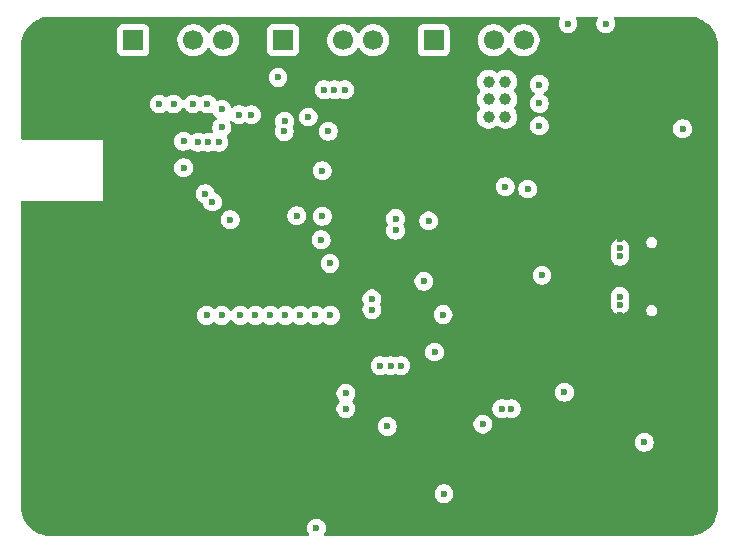
<source format=gbr>
%TF.GenerationSoftware,KiCad,Pcbnew,9.0.3*%
%TF.CreationDate,2025-07-18T13:59:51+02:00*%
%TF.ProjectId,LoRa_Project,4c6f5261-5f50-4726-9f6a-6563742e6b69,rev?*%
%TF.SameCoordinates,Original*%
%TF.FileFunction,Copper,L2,Inr*%
%TF.FilePolarity,Positive*%
%FSLAX46Y46*%
G04 Gerber Fmt 4.6, Leading zero omitted, Abs format (unit mm)*
G04 Created by KiCad (PCBNEW 9.0.3) date 2025-07-18 13:59:51*
%MOMM*%
%LPD*%
G01*
G04 APERTURE LIST*
%TA.AperFunction,ComponentPad*%
%ADD10C,3.600000*%
%TD*%
%TA.AperFunction,ComponentPad*%
%ADD11R,1.700000X1.700000*%
%TD*%
%TA.AperFunction,ComponentPad*%
%ADD12C,1.700000*%
%TD*%
%TA.AperFunction,HeatsinkPad*%
%ADD13C,0.500000*%
%TD*%
%TA.AperFunction,ViaPad*%
%ADD14C,0.600000*%
%TD*%
%TA.AperFunction,ViaPad*%
%ADD15C,1.000000*%
%TD*%
G04 APERTURE END LIST*
D10*
%TO.N,GND*%
%TO.C,H1*%
X194000000Y-56000000D03*
%TD*%
D11*
%TO.N,+3V3*%
%TO.C,J3*%
X212690000Y-54500000D03*
D12*
%TO.N,GND*%
X215230000Y-54500000D03*
%TO.N,I2C_SDA*%
X217770000Y-54500000D03*
%TO.N,I2C_SCL*%
X220310000Y-54500000D03*
%TD*%
D10*
%TO.N,GND*%
%TO.C,H3*%
X194000000Y-93000000D03*
%TD*%
D13*
%TO.N,GND*%
%TO.C,U5*%
X213187184Y-66030330D03*
X212338656Y-65181802D03*
X211490128Y-64333274D03*
X210641600Y-63484746D03*
X212338656Y-66878858D03*
X211490128Y-66030330D03*
X210641600Y-65181802D03*
X209793072Y-64333274D03*
X211490128Y-67727386D03*
X210641600Y-66878858D03*
X209793072Y-66030330D03*
X208944544Y-65181802D03*
X210641600Y-68575914D03*
X209793072Y-67727386D03*
X208944544Y-66878858D03*
X208096016Y-66030330D03*
%TD*%
D10*
%TO.N,GND*%
%TO.C,H2*%
X245999999Y-56000001D03*
%TD*%
D11*
%TO.N,+3V3*%
%TO.C,J6*%
X225420001Y-54500000D03*
D12*
%TO.N,GND*%
X227960001Y-54500000D03*
%TO.N,SWD_CLK*%
X230500001Y-54500000D03*
%TO.N,SWD_IO*%
X233040001Y-54500000D03*
%TD*%
D11*
%TO.N,+3V3*%
%TO.C,J1*%
X200000000Y-54500000D03*
D12*
%TO.N,GND*%
X202540000Y-54500000D03*
%TO.N,I2C_SDA*%
X205080000Y-54500000D03*
%TO.N,I2C_SCL*%
X207620000Y-54500000D03*
%TD*%
D10*
%TO.N,GND*%
%TO.C,H4*%
X245999999Y-92999999D03*
%TD*%
D14*
%TO.N,*%
X225000000Y-69800000D03*
%TO.N,VBUS*%
X241200000Y-76900000D03*
X241200000Y-72100000D03*
X241200000Y-72800000D03*
X229600000Y-87000000D03*
X241200000Y-76200000D03*
%TO.N,GND*%
X205400000Y-69500000D03*
X244850000Y-81500000D03*
X201300000Y-72600000D03*
X205500000Y-75300000D03*
X241200000Y-70500000D03*
X198000000Y-64400000D03*
X200931262Y-82134208D03*
X202100000Y-65700000D03*
X236700000Y-64600000D03*
X218100000Y-60500000D03*
X241200000Y-77800000D03*
X233100000Y-85400000D03*
X201100000Y-62500000D03*
X201000000Y-95634999D03*
X203950000Y-75300000D03*
X199400000Y-66500000D03*
X200700000Y-71800000D03*
X196800000Y-71400000D03*
X244850000Y-85550000D03*
X206900000Y-69500000D03*
X241200000Y-69700000D03*
X241200000Y-78600000D03*
X211600000Y-95734999D03*
X239100000Y-86300000D03*
X191300000Y-68700000D03*
X238100000Y-86300000D03*
X239000000Y-80100000D03*
X196800000Y-72600000D03*
X239200000Y-74200000D03*
X213800000Y-57650000D03*
X241200000Y-71300000D03*
X202000000Y-70600000D03*
X196800000Y-73900000D03*
X191300000Y-72700000D03*
X224600000Y-72300000D03*
X203500000Y-95634999D03*
X191300000Y-71500000D03*
X227800000Y-84700000D03*
X228000000Y-62700000D03*
X220400000Y-67050000D03*
X240000000Y-86300000D03*
X200700000Y-69400000D03*
X199400000Y-67400000D03*
X234286499Y-79126000D03*
X196800000Y-75200000D03*
X234386499Y-77326000D03*
X229600000Y-89400000D03*
X210300000Y-95734999D03*
X193600000Y-68700000D03*
X222800000Y-62000000D03*
X246500000Y-63600000D03*
X196800000Y-70200000D03*
X219900000Y-95800000D03*
X217400000Y-76406249D03*
X204100000Y-67600000D03*
X222675000Y-63325000D03*
X199400000Y-68300000D03*
X203500000Y-77000000D03*
X207050000Y-75300000D03*
X201700000Y-67200000D03*
X228100000Y-90100000D03*
X200800000Y-66300000D03*
X198100000Y-67400000D03*
X199200000Y-64300000D03*
X229100000Y-93700000D03*
X221950000Y-75350000D03*
X204000000Y-69300000D03*
X192400000Y-68700000D03*
X219100000Y-78700000D03*
X227700000Y-66800000D03*
X198100000Y-68300000D03*
X198900000Y-69800000D03*
X240000000Y-61500000D03*
X231212500Y-77700000D03*
X230100000Y-85400000D03*
X202200000Y-95634999D03*
X220400000Y-65300000D03*
X214100000Y-75293749D03*
X241200000Y-79400000D03*
X196000000Y-68500000D03*
X191300000Y-74000000D03*
X209069999Y-95769999D03*
X193300000Y-71500000D03*
X193300000Y-73900000D03*
X236650000Y-66550000D03*
X221500000Y-72700000D03*
X201100000Y-64800000D03*
X222000000Y-74600000D03*
X234700000Y-85400000D03*
X197700000Y-69600000D03*
X209500000Y-75350000D03*
X220456248Y-71000000D03*
%TO.N,+3V3*%
X204250000Y-63050000D03*
X205050000Y-59900000D03*
X234375000Y-59850000D03*
D15*
X230100000Y-59500000D03*
D14*
X215500000Y-95800000D03*
X234375000Y-61750000D03*
D15*
X230100000Y-61000000D03*
D14*
X226300000Y-92900000D03*
X216000000Y-65550000D03*
X216650000Y-73400000D03*
D15*
X231500000Y-61000000D03*
D14*
X234375000Y-58250000D03*
D15*
X230100000Y-58000000D03*
D14*
X243250000Y-88550000D03*
X212250000Y-57650000D03*
X204250000Y-65300000D03*
D15*
X231500000Y-58000000D03*
D14*
X226225000Y-77725000D03*
X202200000Y-59900000D03*
D15*
X231500000Y-59500000D03*
D14*
%TO.N,+BATT*%
X220200000Y-76400000D03*
X231200000Y-85700000D03*
X220200000Y-77300000D03*
X225500000Y-80900000D03*
X232000000Y-85700000D03*
%TO.N,/nRF52840 and LoRa/DEC4_6*%
X216000000Y-69400000D03*
X208200000Y-69700000D03*
%TO.N,/Peripherals/RXLED*%
X231500000Y-66900000D03*
X236800000Y-53100000D03*
%TO.N,/Peripherals/TXLED*%
X240000000Y-53100000D03*
X224600000Y-74900000D03*
%TO.N,I2C_SDA*%
X203400000Y-59900000D03*
X222200000Y-70600000D03*
X205500000Y-63150000D03*
%TO.N,I2C_SCL*%
X206350000Y-63150000D03*
X222200000Y-69600000D03*
X206250000Y-59900000D03*
%TO.N,/nRF52840 and LoRa/LORA_SPI_CS*%
X212800000Y-61350000D03*
X209069999Y-77800000D03*
%TO.N,/nRF52840 and LoRa/SPI_SCK*%
X210340000Y-77800000D03*
X207250000Y-63150000D03*
%TO.N,/nRF52840 and LoRa/LORA_BUSY*%
X215420000Y-77800001D03*
X215899265Y-71400735D03*
%TO.N,/nRF52840 and LoRa/LORA_IRQ*%
X216690000Y-77800000D03*
X212775000Y-62225000D03*
%TO.N,/nRF52840 and LoRa/SPI_MISO*%
X212880000Y-77800000D03*
X208950000Y-60800000D03*
%TO.N,/nRF52840 and LoRa/LORA_NRST*%
X214150000Y-77800000D03*
X213825000Y-69350000D03*
%TO.N,/nRF52840 and LoRa/SPI_MOSI*%
X211610000Y-77800000D03*
X210000000Y-60800000D03*
%TO.N,SWD_IO*%
X206100000Y-67500000D03*
X218000000Y-85700000D03*
X206200000Y-77800000D03*
%TO.N,SWD_CLK*%
X206700000Y-68200000D03*
X218000000Y-84400000D03*
X207500000Y-77800000D03*
%TO.N,Net-(U4-STAT)*%
X221500000Y-87200000D03*
X236500000Y-84300000D03*
%TO.N,Net-(U5-~{RESET})*%
X207475000Y-60350000D03*
X246500000Y-62000000D03*
X207475000Y-61875000D03*
%TO.N,UART_TXD*%
X214800000Y-61000000D03*
X216500000Y-62200000D03*
%TO.N,/Power/V_SW*%
X222650000Y-82050000D03*
X216150000Y-58700000D03*
X221775000Y-82050000D03*
X220900000Y-82050000D03*
X217025000Y-58700000D03*
X217900000Y-58700000D03*
%TO.N,Net-(U6-CBUS3)*%
X233400000Y-67100000D03*
X234600000Y-74400000D03*
%TD*%
%TA.AperFunction,Conductor*%
%TO.N,GND*%
G36*
X236072871Y-52520185D02*
G01*
X236118626Y-52572989D01*
X236128570Y-52642147D01*
X236108933Y-52693392D01*
X236090610Y-52720812D01*
X236090602Y-52720827D01*
X236030264Y-52866498D01*
X236030261Y-52866510D01*
X235999500Y-53021153D01*
X235999500Y-53178846D01*
X236030261Y-53333489D01*
X236030264Y-53333501D01*
X236090602Y-53479172D01*
X236090609Y-53479185D01*
X236178210Y-53610288D01*
X236178213Y-53610292D01*
X236289707Y-53721786D01*
X236289711Y-53721789D01*
X236420814Y-53809390D01*
X236420827Y-53809397D01*
X236566498Y-53869735D01*
X236566503Y-53869737D01*
X236721153Y-53900499D01*
X236721156Y-53900500D01*
X236721158Y-53900500D01*
X236878844Y-53900500D01*
X236878845Y-53900499D01*
X237033497Y-53869737D01*
X237179179Y-53809394D01*
X237310289Y-53721789D01*
X237421789Y-53610289D01*
X237509394Y-53479179D01*
X237569737Y-53333497D01*
X237600500Y-53178842D01*
X237600500Y-53021158D01*
X237600500Y-53021155D01*
X237600499Y-53021153D01*
X237584172Y-52939071D01*
X237569737Y-52866503D01*
X237538332Y-52790683D01*
X237509397Y-52720827D01*
X237509389Y-52720812D01*
X237491067Y-52693392D01*
X237470188Y-52626715D01*
X237488672Y-52559334D01*
X237540650Y-52512644D01*
X237594168Y-52500500D01*
X239205832Y-52500500D01*
X239272871Y-52520185D01*
X239318626Y-52572989D01*
X239328570Y-52642147D01*
X239308933Y-52693392D01*
X239290610Y-52720812D01*
X239290602Y-52720827D01*
X239230264Y-52866498D01*
X239230261Y-52866510D01*
X239199500Y-53021153D01*
X239199500Y-53178846D01*
X239230261Y-53333489D01*
X239230264Y-53333501D01*
X239290602Y-53479172D01*
X239290609Y-53479185D01*
X239378210Y-53610288D01*
X239378213Y-53610292D01*
X239489707Y-53721786D01*
X239489711Y-53721789D01*
X239620814Y-53809390D01*
X239620827Y-53809397D01*
X239766498Y-53869735D01*
X239766503Y-53869737D01*
X239921153Y-53900499D01*
X239921156Y-53900500D01*
X239921158Y-53900500D01*
X240078844Y-53900500D01*
X240078845Y-53900499D01*
X240233497Y-53869737D01*
X240379179Y-53809394D01*
X240510289Y-53721789D01*
X240621789Y-53610289D01*
X240709394Y-53479179D01*
X240769737Y-53333497D01*
X240800500Y-53178842D01*
X240800500Y-53021158D01*
X240800500Y-53021155D01*
X240800499Y-53021153D01*
X240784172Y-52939071D01*
X240769737Y-52866503D01*
X240738332Y-52790683D01*
X240709397Y-52720827D01*
X240709389Y-52720812D01*
X240691067Y-52693392D01*
X240670188Y-52626715D01*
X240688672Y-52559334D01*
X240740650Y-52512644D01*
X240794168Y-52500500D01*
X246934108Y-52500500D01*
X246996249Y-52500500D01*
X247003736Y-52500726D01*
X247293796Y-52518271D01*
X247308657Y-52520075D01*
X247590798Y-52571780D01*
X247605335Y-52575363D01*
X247879172Y-52660695D01*
X247893163Y-52666000D01*
X248154743Y-52783727D01*
X248167989Y-52790680D01*
X248413465Y-52939075D01*
X248425776Y-52947573D01*
X248519697Y-53021155D01*
X248651573Y-53124473D01*
X248662781Y-53134403D01*
X248865596Y-53337218D01*
X248875526Y-53348426D01*
X249027586Y-53542517D01*
X249052422Y-53574217D01*
X249060926Y-53586537D01*
X249112405Y-53671694D01*
X249209316Y-53832004D01*
X249216275Y-53845263D01*
X249333997Y-54106831D01*
X249339306Y-54120832D01*
X249424635Y-54394663D01*
X249428219Y-54409201D01*
X249479923Y-54691340D01*
X249481728Y-54706205D01*
X249499274Y-54996263D01*
X249499500Y-55003750D01*
X249499500Y-93996249D01*
X249499274Y-94003736D01*
X249481728Y-94293794D01*
X249479923Y-94308659D01*
X249428219Y-94590798D01*
X249424635Y-94605336D01*
X249339306Y-94879167D01*
X249333997Y-94893168D01*
X249216275Y-95154736D01*
X249209316Y-95167995D01*
X249060928Y-95413459D01*
X249052422Y-95425782D01*
X248875526Y-95651573D01*
X248865596Y-95662781D01*
X248662781Y-95865596D01*
X248651573Y-95875526D01*
X248425782Y-96052422D01*
X248413459Y-96060928D01*
X248167995Y-96209316D01*
X248154736Y-96216275D01*
X247893168Y-96333997D01*
X247879167Y-96339306D01*
X247605336Y-96424635D01*
X247590798Y-96428219D01*
X247308659Y-96479923D01*
X247293794Y-96481728D01*
X247003736Y-96499274D01*
X246996249Y-96499500D01*
X216227350Y-96499500D01*
X216160311Y-96479815D01*
X216114556Y-96427011D01*
X216104612Y-96357853D01*
X216124248Y-96306609D01*
X216209390Y-96179185D01*
X216209390Y-96179184D01*
X216209394Y-96179179D01*
X216269737Y-96033497D01*
X216300500Y-95878842D01*
X216300500Y-95721158D01*
X216300500Y-95721155D01*
X216300499Y-95721153D01*
X216288888Y-95662781D01*
X216269737Y-95566503D01*
X216211449Y-95425782D01*
X216209397Y-95420827D01*
X216209390Y-95420814D01*
X216121789Y-95289711D01*
X216121786Y-95289707D01*
X216010292Y-95178213D01*
X216010288Y-95178210D01*
X215879185Y-95090609D01*
X215879172Y-95090602D01*
X215733501Y-95030264D01*
X215733489Y-95030261D01*
X215578845Y-94999500D01*
X215578842Y-94999500D01*
X215421158Y-94999500D01*
X215421155Y-94999500D01*
X215266510Y-95030261D01*
X215266498Y-95030264D01*
X215120827Y-95090602D01*
X215120814Y-95090609D01*
X214989711Y-95178210D01*
X214989707Y-95178213D01*
X214878213Y-95289707D01*
X214878210Y-95289711D01*
X214790609Y-95420814D01*
X214790602Y-95420827D01*
X214730264Y-95566498D01*
X214730261Y-95566510D01*
X214699500Y-95721153D01*
X214699500Y-95878846D01*
X214730261Y-96033489D01*
X214730264Y-96033501D01*
X214790602Y-96179172D01*
X214790609Y-96179185D01*
X214875752Y-96306609D01*
X214896630Y-96373286D01*
X214878146Y-96440666D01*
X214826167Y-96487357D01*
X214772650Y-96499500D01*
X193003751Y-96499500D01*
X192996264Y-96499274D01*
X192706205Y-96481728D01*
X192691340Y-96479923D01*
X192409201Y-96428219D01*
X192394663Y-96424635D01*
X192120832Y-96339306D01*
X192106831Y-96333997D01*
X191845263Y-96216275D01*
X191832004Y-96209316D01*
X191586540Y-96060928D01*
X191574217Y-96052422D01*
X191348426Y-95875526D01*
X191337218Y-95865596D01*
X191134403Y-95662781D01*
X191124473Y-95651573D01*
X190947573Y-95425776D01*
X190939075Y-95413465D01*
X190790680Y-95167989D01*
X190783727Y-95154743D01*
X190666000Y-94893163D01*
X190660693Y-94879167D01*
X190575364Y-94605336D01*
X190571780Y-94590798D01*
X190520076Y-94308659D01*
X190518271Y-94293794D01*
X190500726Y-94003736D01*
X190500500Y-93996249D01*
X190500500Y-92821153D01*
X225499500Y-92821153D01*
X225499500Y-92978846D01*
X225530261Y-93133489D01*
X225530264Y-93133501D01*
X225590602Y-93279172D01*
X225590609Y-93279185D01*
X225678210Y-93410288D01*
X225678213Y-93410292D01*
X225789707Y-93521786D01*
X225789711Y-93521789D01*
X225920814Y-93609390D01*
X225920827Y-93609397D01*
X226066498Y-93669735D01*
X226066503Y-93669737D01*
X226221153Y-93700499D01*
X226221156Y-93700500D01*
X226221158Y-93700500D01*
X226378844Y-93700500D01*
X226378845Y-93700499D01*
X226533497Y-93669737D01*
X226679179Y-93609394D01*
X226810289Y-93521789D01*
X226921789Y-93410289D01*
X227009394Y-93279179D01*
X227069737Y-93133497D01*
X227100500Y-92978842D01*
X227100500Y-92821158D01*
X227100500Y-92821155D01*
X227100499Y-92821153D01*
X227069738Y-92666510D01*
X227069737Y-92666503D01*
X227069735Y-92666498D01*
X227009397Y-92520827D01*
X227009390Y-92520814D01*
X226921789Y-92389711D01*
X226921786Y-92389707D01*
X226810292Y-92278213D01*
X226810288Y-92278210D01*
X226679185Y-92190609D01*
X226679172Y-92190602D01*
X226533501Y-92130264D01*
X226533489Y-92130261D01*
X226378845Y-92099500D01*
X226378842Y-92099500D01*
X226221158Y-92099500D01*
X226221155Y-92099500D01*
X226066510Y-92130261D01*
X226066498Y-92130264D01*
X225920827Y-92190602D01*
X225920814Y-92190609D01*
X225789711Y-92278210D01*
X225789707Y-92278213D01*
X225678213Y-92389707D01*
X225678210Y-92389711D01*
X225590609Y-92520814D01*
X225590602Y-92520827D01*
X225530264Y-92666498D01*
X225530261Y-92666510D01*
X225499500Y-92821153D01*
X190500500Y-92821153D01*
X190500500Y-88471153D01*
X242449500Y-88471153D01*
X242449500Y-88628846D01*
X242480261Y-88783489D01*
X242480264Y-88783501D01*
X242540602Y-88929172D01*
X242540609Y-88929185D01*
X242628210Y-89060288D01*
X242628213Y-89060292D01*
X242739707Y-89171786D01*
X242739711Y-89171789D01*
X242870814Y-89259390D01*
X242870827Y-89259397D01*
X243016498Y-89319735D01*
X243016503Y-89319737D01*
X243171153Y-89350499D01*
X243171156Y-89350500D01*
X243171158Y-89350500D01*
X243328844Y-89350500D01*
X243328845Y-89350499D01*
X243483497Y-89319737D01*
X243629179Y-89259394D01*
X243760289Y-89171789D01*
X243871789Y-89060289D01*
X243959394Y-88929179D01*
X244019737Y-88783497D01*
X244050500Y-88628842D01*
X244050500Y-88471158D01*
X244050500Y-88471155D01*
X244050499Y-88471153D01*
X244019738Y-88316510D01*
X244019737Y-88316503D01*
X244019735Y-88316498D01*
X243959397Y-88170827D01*
X243959390Y-88170814D01*
X243871789Y-88039711D01*
X243871786Y-88039707D01*
X243760292Y-87928213D01*
X243760288Y-87928210D01*
X243629185Y-87840609D01*
X243629172Y-87840602D01*
X243483501Y-87780264D01*
X243483489Y-87780261D01*
X243328845Y-87749500D01*
X243328842Y-87749500D01*
X243171158Y-87749500D01*
X243171155Y-87749500D01*
X243016510Y-87780261D01*
X243016498Y-87780264D01*
X242870827Y-87840602D01*
X242870814Y-87840609D01*
X242739711Y-87928210D01*
X242739707Y-87928213D01*
X242628213Y-88039707D01*
X242628210Y-88039711D01*
X242540609Y-88170814D01*
X242540602Y-88170827D01*
X242480264Y-88316498D01*
X242480261Y-88316510D01*
X242449500Y-88471153D01*
X190500500Y-88471153D01*
X190500500Y-87121153D01*
X220699500Y-87121153D01*
X220699500Y-87278846D01*
X220730261Y-87433489D01*
X220730264Y-87433501D01*
X220790602Y-87579172D01*
X220790609Y-87579185D01*
X220878210Y-87710288D01*
X220878213Y-87710292D01*
X220989707Y-87821786D01*
X220989711Y-87821789D01*
X221120814Y-87909390D01*
X221120827Y-87909397D01*
X221166254Y-87928213D01*
X221266503Y-87969737D01*
X221421153Y-88000499D01*
X221421156Y-88000500D01*
X221421158Y-88000500D01*
X221578844Y-88000500D01*
X221578845Y-88000499D01*
X221733497Y-87969737D01*
X221879179Y-87909394D01*
X222010289Y-87821789D01*
X222121789Y-87710289D01*
X222209394Y-87579179D01*
X222269737Y-87433497D01*
X222300500Y-87278842D01*
X222300500Y-87121158D01*
X222300500Y-87121155D01*
X222300499Y-87121153D01*
X222269737Y-86966503D01*
X222250955Y-86921158D01*
X222250953Y-86921153D01*
X228799500Y-86921153D01*
X228799500Y-87078846D01*
X228830261Y-87233489D01*
X228830264Y-87233501D01*
X228890602Y-87379172D01*
X228890609Y-87379185D01*
X228978210Y-87510288D01*
X228978213Y-87510292D01*
X229089707Y-87621786D01*
X229089711Y-87621789D01*
X229220814Y-87709390D01*
X229220827Y-87709397D01*
X229317646Y-87749500D01*
X229366503Y-87769737D01*
X229521153Y-87800499D01*
X229521156Y-87800500D01*
X229521158Y-87800500D01*
X229678844Y-87800500D01*
X229678845Y-87800499D01*
X229833497Y-87769737D01*
X229979179Y-87709394D01*
X230110289Y-87621789D01*
X230221789Y-87510289D01*
X230309394Y-87379179D01*
X230369737Y-87233497D01*
X230400500Y-87078842D01*
X230400500Y-86921158D01*
X230400500Y-86921155D01*
X230400499Y-86921153D01*
X230380543Y-86820827D01*
X230369737Y-86766503D01*
X230337929Y-86689711D01*
X230309397Y-86620827D01*
X230309390Y-86620814D01*
X230221789Y-86489711D01*
X230221786Y-86489707D01*
X230110292Y-86378213D01*
X230110288Y-86378210D01*
X229979185Y-86290609D01*
X229979172Y-86290602D01*
X229833501Y-86230264D01*
X229833489Y-86230261D01*
X229678845Y-86199500D01*
X229678842Y-86199500D01*
X229521158Y-86199500D01*
X229521155Y-86199500D01*
X229366510Y-86230261D01*
X229366498Y-86230264D01*
X229220827Y-86290602D01*
X229220814Y-86290609D01*
X229089711Y-86378210D01*
X229089707Y-86378213D01*
X228978213Y-86489707D01*
X228978210Y-86489711D01*
X228890609Y-86620814D01*
X228890602Y-86620827D01*
X228830264Y-86766498D01*
X228830261Y-86766510D01*
X228799500Y-86921153D01*
X222250953Y-86921153D01*
X222209397Y-86820827D01*
X222209390Y-86820814D01*
X222121789Y-86689711D01*
X222121786Y-86689707D01*
X222010292Y-86578213D01*
X222010288Y-86578210D01*
X221879185Y-86490609D01*
X221879172Y-86490602D01*
X221733501Y-86430264D01*
X221733489Y-86430261D01*
X221578845Y-86399500D01*
X221578842Y-86399500D01*
X221421158Y-86399500D01*
X221421155Y-86399500D01*
X221266510Y-86430261D01*
X221266498Y-86430264D01*
X221120827Y-86490602D01*
X221120814Y-86490609D01*
X220989711Y-86578210D01*
X220989707Y-86578213D01*
X220878213Y-86689707D01*
X220878210Y-86689711D01*
X220790609Y-86820814D01*
X220790602Y-86820827D01*
X220730264Y-86966498D01*
X220730261Y-86966510D01*
X220699500Y-87121153D01*
X190500500Y-87121153D01*
X190500500Y-84321153D01*
X217199500Y-84321153D01*
X217199500Y-84478846D01*
X217230261Y-84633489D01*
X217230264Y-84633501D01*
X217290602Y-84779172D01*
X217290609Y-84779185D01*
X217378210Y-84910288D01*
X217378213Y-84910292D01*
X217430240Y-84962319D01*
X217463725Y-85023642D01*
X217458741Y-85093334D01*
X217430240Y-85137681D01*
X217378213Y-85189707D01*
X217378210Y-85189711D01*
X217290609Y-85320814D01*
X217290602Y-85320827D01*
X217230264Y-85466498D01*
X217230261Y-85466510D01*
X217199500Y-85621153D01*
X217199500Y-85778846D01*
X217230261Y-85933489D01*
X217230264Y-85933501D01*
X217290602Y-86079172D01*
X217290609Y-86079185D01*
X217378210Y-86210288D01*
X217378213Y-86210292D01*
X217489707Y-86321786D01*
X217489711Y-86321789D01*
X217620814Y-86409390D01*
X217620827Y-86409397D01*
X217766498Y-86469735D01*
X217766503Y-86469737D01*
X217921153Y-86500499D01*
X217921156Y-86500500D01*
X217921158Y-86500500D01*
X218078844Y-86500500D01*
X218078845Y-86500499D01*
X218233497Y-86469737D01*
X218379179Y-86409394D01*
X218510289Y-86321789D01*
X218621789Y-86210289D01*
X218709394Y-86079179D01*
X218769737Y-85933497D01*
X218800500Y-85778842D01*
X218800500Y-85621158D01*
X218800500Y-85621155D01*
X218800499Y-85621153D01*
X230399500Y-85621153D01*
X230399500Y-85778846D01*
X230430261Y-85933489D01*
X230430264Y-85933501D01*
X230490602Y-86079172D01*
X230490609Y-86079185D01*
X230578210Y-86210288D01*
X230578213Y-86210292D01*
X230689707Y-86321786D01*
X230689711Y-86321789D01*
X230820814Y-86409390D01*
X230820827Y-86409397D01*
X230966498Y-86469735D01*
X230966503Y-86469737D01*
X231121153Y-86500499D01*
X231121156Y-86500500D01*
X231121158Y-86500500D01*
X231278844Y-86500500D01*
X231278845Y-86500499D01*
X231433497Y-86469737D01*
X231528794Y-86430264D01*
X231552548Y-86420425D01*
X231622017Y-86412956D01*
X231647452Y-86420425D01*
X231671206Y-86430264D01*
X231766503Y-86469737D01*
X231921153Y-86500499D01*
X231921156Y-86500500D01*
X231921158Y-86500500D01*
X232078844Y-86500500D01*
X232078845Y-86500499D01*
X232233497Y-86469737D01*
X232379179Y-86409394D01*
X232510289Y-86321789D01*
X232621789Y-86210289D01*
X232709394Y-86079179D01*
X232769737Y-85933497D01*
X232800500Y-85778842D01*
X232800500Y-85621158D01*
X232800500Y-85621155D01*
X232800499Y-85621153D01*
X232769738Y-85466510D01*
X232769737Y-85466503D01*
X232769735Y-85466498D01*
X232709397Y-85320827D01*
X232709390Y-85320814D01*
X232621789Y-85189711D01*
X232621786Y-85189707D01*
X232510292Y-85078213D01*
X232510288Y-85078210D01*
X232379185Y-84990609D01*
X232379172Y-84990602D01*
X232233501Y-84930264D01*
X232233489Y-84930261D01*
X232078845Y-84899500D01*
X232078842Y-84899500D01*
X231921158Y-84899500D01*
X231921155Y-84899500D01*
X231766510Y-84930261D01*
X231766498Y-84930264D01*
X231647452Y-84979574D01*
X231577982Y-84987043D01*
X231552548Y-84979574D01*
X231433501Y-84930264D01*
X231433489Y-84930261D01*
X231278845Y-84899500D01*
X231278842Y-84899500D01*
X231121158Y-84899500D01*
X231121155Y-84899500D01*
X230966510Y-84930261D01*
X230966498Y-84930264D01*
X230820827Y-84990602D01*
X230820814Y-84990609D01*
X230689711Y-85078210D01*
X230689707Y-85078213D01*
X230578213Y-85189707D01*
X230578210Y-85189711D01*
X230490609Y-85320814D01*
X230490602Y-85320827D01*
X230430264Y-85466498D01*
X230430261Y-85466510D01*
X230399500Y-85621153D01*
X218800499Y-85621153D01*
X218769738Y-85466510D01*
X218769737Y-85466503D01*
X218769735Y-85466498D01*
X218709397Y-85320827D01*
X218709390Y-85320814D01*
X218621789Y-85189711D01*
X218621786Y-85189707D01*
X218569760Y-85137681D01*
X218536275Y-85076358D01*
X218541259Y-85006666D01*
X218569760Y-84962319D01*
X218621786Y-84910292D01*
X218621789Y-84910289D01*
X218709394Y-84779179D01*
X218769737Y-84633497D01*
X218800500Y-84478842D01*
X218800500Y-84321158D01*
X218800500Y-84321155D01*
X218784209Y-84239258D01*
X218784209Y-84239257D01*
X218780608Y-84221153D01*
X235699500Y-84221153D01*
X235699500Y-84378846D01*
X235730261Y-84533489D01*
X235730264Y-84533501D01*
X235790602Y-84679172D01*
X235790609Y-84679185D01*
X235878210Y-84810288D01*
X235878213Y-84810292D01*
X235989707Y-84921786D01*
X235989711Y-84921789D01*
X236120814Y-85009390D01*
X236120827Y-85009397D01*
X236218853Y-85050000D01*
X236266503Y-85069737D01*
X236421153Y-85100499D01*
X236421156Y-85100500D01*
X236421158Y-85100500D01*
X236578844Y-85100500D01*
X236578845Y-85100499D01*
X236733497Y-85069737D01*
X236879179Y-85009394D01*
X237010289Y-84921789D01*
X237121789Y-84810289D01*
X237209394Y-84679179D01*
X237269737Y-84533497D01*
X237300500Y-84378842D01*
X237300500Y-84221158D01*
X237300500Y-84221155D01*
X237300499Y-84221153D01*
X237269738Y-84066510D01*
X237269737Y-84066503D01*
X237250812Y-84020814D01*
X237209397Y-83920827D01*
X237209390Y-83920814D01*
X237121789Y-83789711D01*
X237121786Y-83789707D01*
X237010292Y-83678213D01*
X237010288Y-83678210D01*
X236879185Y-83590609D01*
X236879172Y-83590602D01*
X236733501Y-83530264D01*
X236733489Y-83530261D01*
X236578845Y-83499500D01*
X236578842Y-83499500D01*
X236421158Y-83499500D01*
X236421155Y-83499500D01*
X236266510Y-83530261D01*
X236266498Y-83530264D01*
X236120827Y-83590602D01*
X236120814Y-83590609D01*
X235989711Y-83678210D01*
X235989707Y-83678213D01*
X235878213Y-83789707D01*
X235878210Y-83789711D01*
X235790609Y-83920814D01*
X235790602Y-83920827D01*
X235730264Y-84066498D01*
X235730261Y-84066510D01*
X235699500Y-84221153D01*
X218780608Y-84221153D01*
X218769738Y-84166510D01*
X218769737Y-84166503D01*
X218728314Y-84066498D01*
X218709397Y-84020827D01*
X218709390Y-84020814D01*
X218621789Y-83889711D01*
X218621786Y-83889707D01*
X218510292Y-83778213D01*
X218510288Y-83778210D01*
X218379185Y-83690609D01*
X218379172Y-83690602D01*
X218233501Y-83630264D01*
X218233489Y-83630261D01*
X218078845Y-83599500D01*
X218078842Y-83599500D01*
X217921158Y-83599500D01*
X217921155Y-83599500D01*
X217766510Y-83630261D01*
X217766498Y-83630264D01*
X217620827Y-83690602D01*
X217620814Y-83690609D01*
X217489711Y-83778210D01*
X217489707Y-83778213D01*
X217378213Y-83889707D01*
X217378210Y-83889711D01*
X217290609Y-84020814D01*
X217290602Y-84020827D01*
X217230264Y-84166498D01*
X217230261Y-84166510D01*
X217199500Y-84321153D01*
X190500500Y-84321153D01*
X190500500Y-81971153D01*
X220099500Y-81971153D01*
X220099500Y-82128846D01*
X220130261Y-82283489D01*
X220130264Y-82283501D01*
X220190602Y-82429172D01*
X220190609Y-82429185D01*
X220278210Y-82560288D01*
X220278213Y-82560292D01*
X220389707Y-82671786D01*
X220389711Y-82671789D01*
X220520814Y-82759390D01*
X220520827Y-82759397D01*
X220666498Y-82819735D01*
X220666503Y-82819737D01*
X220821153Y-82850499D01*
X220821156Y-82850500D01*
X220821158Y-82850500D01*
X220978844Y-82850500D01*
X220978845Y-82850499D01*
X221133497Y-82819737D01*
X221189120Y-82796697D01*
X221284808Y-82757063D01*
X221285266Y-82758170D01*
X221347447Y-82745223D01*
X221389929Y-82757696D01*
X221390192Y-82757063D01*
X221541498Y-82819735D01*
X221541503Y-82819737D01*
X221696153Y-82850499D01*
X221696156Y-82850500D01*
X221696158Y-82850500D01*
X221853844Y-82850500D01*
X221853845Y-82850499D01*
X222008497Y-82819737D01*
X222064120Y-82796697D01*
X222159808Y-82757063D01*
X222160266Y-82758170D01*
X222222447Y-82745223D01*
X222264929Y-82757696D01*
X222265192Y-82757063D01*
X222416498Y-82819735D01*
X222416503Y-82819737D01*
X222571153Y-82850499D01*
X222571156Y-82850500D01*
X222571158Y-82850500D01*
X222728844Y-82850500D01*
X222728845Y-82850499D01*
X222883497Y-82819737D01*
X223029179Y-82759394D01*
X223160289Y-82671789D01*
X223271789Y-82560289D01*
X223359394Y-82429179D01*
X223419737Y-82283497D01*
X223450500Y-82128842D01*
X223450500Y-81971158D01*
X223450500Y-81971155D01*
X223450499Y-81971153D01*
X223419738Y-81816510D01*
X223419737Y-81816503D01*
X223419735Y-81816498D01*
X223359397Y-81670827D01*
X223359390Y-81670814D01*
X223271789Y-81539711D01*
X223271786Y-81539707D01*
X223160292Y-81428213D01*
X223160288Y-81428210D01*
X223029185Y-81340609D01*
X223029172Y-81340602D01*
X222883501Y-81280264D01*
X222883489Y-81280261D01*
X222728845Y-81249500D01*
X222728842Y-81249500D01*
X222571158Y-81249500D01*
X222571155Y-81249500D01*
X222416510Y-81280261D01*
X222416498Y-81280264D01*
X222265193Y-81342937D01*
X222264734Y-81341831D01*
X222202544Y-81354777D01*
X222160068Y-81342304D01*
X222159807Y-81342937D01*
X222008501Y-81280264D01*
X222008489Y-81280261D01*
X221853845Y-81249500D01*
X221853842Y-81249500D01*
X221696158Y-81249500D01*
X221696155Y-81249500D01*
X221541510Y-81280261D01*
X221541498Y-81280264D01*
X221390193Y-81342937D01*
X221389734Y-81341831D01*
X221327544Y-81354777D01*
X221285068Y-81342304D01*
X221284807Y-81342937D01*
X221133501Y-81280264D01*
X221133489Y-81280261D01*
X220978845Y-81249500D01*
X220978842Y-81249500D01*
X220821158Y-81249500D01*
X220821155Y-81249500D01*
X220666510Y-81280261D01*
X220666498Y-81280264D01*
X220520827Y-81340602D01*
X220520814Y-81340609D01*
X220389711Y-81428210D01*
X220389707Y-81428213D01*
X220278213Y-81539707D01*
X220278210Y-81539711D01*
X220190609Y-81670814D01*
X220190602Y-81670827D01*
X220130264Y-81816498D01*
X220130261Y-81816510D01*
X220099500Y-81971153D01*
X190500500Y-81971153D01*
X190500500Y-80821153D01*
X224699500Y-80821153D01*
X224699500Y-80978846D01*
X224730261Y-81133489D01*
X224730264Y-81133501D01*
X224790602Y-81279172D01*
X224790609Y-81279185D01*
X224878210Y-81410288D01*
X224878213Y-81410292D01*
X224989707Y-81521786D01*
X224989711Y-81521789D01*
X225120814Y-81609390D01*
X225120827Y-81609397D01*
X225266498Y-81669735D01*
X225266503Y-81669737D01*
X225421153Y-81700499D01*
X225421156Y-81700500D01*
X225421158Y-81700500D01*
X225578844Y-81700500D01*
X225578845Y-81700499D01*
X225733497Y-81669737D01*
X225879179Y-81609394D01*
X226010289Y-81521789D01*
X226121789Y-81410289D01*
X226209394Y-81279179D01*
X226269737Y-81133497D01*
X226300500Y-80978842D01*
X226300500Y-80821158D01*
X226300500Y-80821155D01*
X226300499Y-80821153D01*
X226269738Y-80666510D01*
X226269737Y-80666503D01*
X226269735Y-80666498D01*
X226209397Y-80520827D01*
X226209390Y-80520814D01*
X226121789Y-80389711D01*
X226121786Y-80389707D01*
X226010292Y-80278213D01*
X226010288Y-80278210D01*
X225879185Y-80190609D01*
X225879172Y-80190602D01*
X225733501Y-80130264D01*
X225733489Y-80130261D01*
X225578845Y-80099500D01*
X225578842Y-80099500D01*
X225421158Y-80099500D01*
X225421155Y-80099500D01*
X225266510Y-80130261D01*
X225266498Y-80130264D01*
X225120827Y-80190602D01*
X225120814Y-80190609D01*
X224989711Y-80278210D01*
X224989707Y-80278213D01*
X224878213Y-80389707D01*
X224878210Y-80389711D01*
X224790609Y-80520814D01*
X224790602Y-80520827D01*
X224730264Y-80666498D01*
X224730261Y-80666510D01*
X224699500Y-80821153D01*
X190500500Y-80821153D01*
X190500500Y-77721153D01*
X205399500Y-77721153D01*
X205399500Y-77878846D01*
X205430261Y-78033489D01*
X205430264Y-78033501D01*
X205490602Y-78179172D01*
X205490609Y-78179185D01*
X205578210Y-78310288D01*
X205578213Y-78310292D01*
X205689707Y-78421786D01*
X205689711Y-78421789D01*
X205820814Y-78509390D01*
X205820827Y-78509397D01*
X205966498Y-78569735D01*
X205966503Y-78569737D01*
X206121153Y-78600499D01*
X206121156Y-78600500D01*
X206121158Y-78600500D01*
X206278844Y-78600500D01*
X206278845Y-78600499D01*
X206433497Y-78569737D01*
X206546166Y-78523067D01*
X206579172Y-78509397D01*
X206579172Y-78509396D01*
X206579179Y-78509394D01*
X206710289Y-78421789D01*
X206710292Y-78421786D01*
X206762319Y-78369760D01*
X206823642Y-78336275D01*
X206893334Y-78341259D01*
X206937681Y-78369760D01*
X206989707Y-78421786D01*
X206989711Y-78421789D01*
X207120814Y-78509390D01*
X207120827Y-78509397D01*
X207266498Y-78569735D01*
X207266503Y-78569737D01*
X207421153Y-78600499D01*
X207421156Y-78600500D01*
X207421158Y-78600500D01*
X207578844Y-78600500D01*
X207578845Y-78600499D01*
X207733497Y-78569737D01*
X207846166Y-78523067D01*
X207879172Y-78509397D01*
X207879172Y-78509396D01*
X207879179Y-78509394D01*
X208010289Y-78421789D01*
X208121789Y-78310289D01*
X208150000Y-78268068D01*
X208181897Y-78220332D01*
X208235509Y-78175526D01*
X208304834Y-78166819D01*
X208367861Y-78196973D01*
X208388101Y-78220331D01*
X208448209Y-78310288D01*
X208448212Y-78310292D01*
X208559706Y-78421786D01*
X208559710Y-78421789D01*
X208690813Y-78509390D01*
X208690826Y-78509397D01*
X208836497Y-78569735D01*
X208836502Y-78569737D01*
X208991152Y-78600499D01*
X208991155Y-78600500D01*
X208991157Y-78600500D01*
X209148843Y-78600500D01*
X209148844Y-78600499D01*
X209303496Y-78569737D01*
X209416165Y-78523067D01*
X209449171Y-78509397D01*
X209449171Y-78509396D01*
X209449178Y-78509394D01*
X209580288Y-78421789D01*
X209617317Y-78384760D01*
X209678639Y-78351274D01*
X209748331Y-78356258D01*
X209792680Y-78384759D01*
X209829707Y-78421786D01*
X209829711Y-78421789D01*
X209960814Y-78509390D01*
X209960827Y-78509397D01*
X210106498Y-78569735D01*
X210106503Y-78569737D01*
X210261153Y-78600499D01*
X210261156Y-78600500D01*
X210261158Y-78600500D01*
X210418844Y-78600500D01*
X210418845Y-78600499D01*
X210573497Y-78569737D01*
X210686166Y-78523067D01*
X210719172Y-78509397D01*
X210719172Y-78509396D01*
X210719179Y-78509394D01*
X210850289Y-78421789D01*
X210850292Y-78421786D01*
X210887319Y-78384760D01*
X210948642Y-78351275D01*
X211018334Y-78356259D01*
X211062681Y-78384760D01*
X211099707Y-78421786D01*
X211099711Y-78421789D01*
X211230814Y-78509390D01*
X211230827Y-78509397D01*
X211376498Y-78569735D01*
X211376503Y-78569737D01*
X211531153Y-78600499D01*
X211531156Y-78600500D01*
X211531158Y-78600500D01*
X211688844Y-78600500D01*
X211688845Y-78600499D01*
X211843497Y-78569737D01*
X211956166Y-78523067D01*
X211989172Y-78509397D01*
X211989172Y-78509396D01*
X211989179Y-78509394D01*
X212120289Y-78421789D01*
X212120292Y-78421786D01*
X212157319Y-78384760D01*
X212218642Y-78351275D01*
X212288334Y-78356259D01*
X212332681Y-78384760D01*
X212369707Y-78421786D01*
X212369711Y-78421789D01*
X212500814Y-78509390D01*
X212500827Y-78509397D01*
X212646498Y-78569735D01*
X212646503Y-78569737D01*
X212801153Y-78600499D01*
X212801156Y-78600500D01*
X212801158Y-78600500D01*
X212958844Y-78600500D01*
X212958845Y-78600499D01*
X213113497Y-78569737D01*
X213226166Y-78523067D01*
X213259172Y-78509397D01*
X213259172Y-78509396D01*
X213259179Y-78509394D01*
X213390289Y-78421789D01*
X213390292Y-78421786D01*
X213427319Y-78384760D01*
X213488642Y-78351275D01*
X213558334Y-78356259D01*
X213602681Y-78384760D01*
X213639707Y-78421786D01*
X213639711Y-78421789D01*
X213770814Y-78509390D01*
X213770827Y-78509397D01*
X213916498Y-78569735D01*
X213916503Y-78569737D01*
X214071153Y-78600499D01*
X214071156Y-78600500D01*
X214071158Y-78600500D01*
X214228844Y-78600500D01*
X214228845Y-78600499D01*
X214383497Y-78569737D01*
X214496166Y-78523067D01*
X214529172Y-78509397D01*
X214529172Y-78509396D01*
X214529179Y-78509394D01*
X214660289Y-78421789D01*
X214697317Y-78384761D01*
X214758639Y-78351275D01*
X214828331Y-78356259D01*
X214872680Y-78384760D01*
X214909707Y-78421787D01*
X214909711Y-78421790D01*
X215040814Y-78509391D01*
X215040827Y-78509398D01*
X215186496Y-78569735D01*
X215186503Y-78569738D01*
X215341148Y-78600499D01*
X215341153Y-78600500D01*
X215341156Y-78600501D01*
X215341158Y-78600501D01*
X215498844Y-78600501D01*
X215498845Y-78600500D01*
X215653497Y-78569738D01*
X215799179Y-78509395D01*
X215930289Y-78421790D01*
X215967318Y-78384761D01*
X216028640Y-78351275D01*
X216098332Y-78356259D01*
X216142681Y-78384760D01*
X216179707Y-78421786D01*
X216179711Y-78421789D01*
X216310814Y-78509390D01*
X216310827Y-78509397D01*
X216456498Y-78569735D01*
X216456503Y-78569737D01*
X216611153Y-78600499D01*
X216611156Y-78600500D01*
X216611158Y-78600500D01*
X216768844Y-78600500D01*
X216768845Y-78600499D01*
X216923497Y-78569737D01*
X217036166Y-78523067D01*
X217069172Y-78509397D01*
X217069172Y-78509396D01*
X217069179Y-78509394D01*
X217200289Y-78421789D01*
X217311789Y-78310289D01*
X217399394Y-78179179D01*
X217459737Y-78033497D01*
X217490500Y-77878842D01*
X217490500Y-77721158D01*
X217490500Y-77721155D01*
X217490499Y-77721153D01*
X217468269Y-77609397D01*
X217459737Y-77566503D01*
X217428674Y-77491510D01*
X217399397Y-77420827D01*
X217399390Y-77420814D01*
X217311789Y-77289711D01*
X217311786Y-77289707D01*
X217200292Y-77178213D01*
X217200288Y-77178210D01*
X217069185Y-77090609D01*
X217069172Y-77090602D01*
X216923501Y-77030264D01*
X216923489Y-77030261D01*
X216768845Y-76999500D01*
X216768842Y-76999500D01*
X216611158Y-76999500D01*
X216611155Y-76999500D01*
X216456510Y-77030261D01*
X216456498Y-77030264D01*
X216310827Y-77090602D01*
X216310814Y-77090609D01*
X216179711Y-77178210D01*
X216179706Y-77178214D01*
X216142679Y-77215241D01*
X216081356Y-77248726D01*
X216011664Y-77243740D01*
X215967318Y-77215240D01*
X215930292Y-77178214D01*
X215930288Y-77178211D01*
X215799185Y-77090610D01*
X215799172Y-77090603D01*
X215653501Y-77030265D01*
X215653489Y-77030262D01*
X215498845Y-76999501D01*
X215498842Y-76999501D01*
X215341158Y-76999501D01*
X215341155Y-76999501D01*
X215186510Y-77030262D01*
X215186498Y-77030265D01*
X215040827Y-77090603D01*
X215040814Y-77090610D01*
X214909711Y-77178211D01*
X214909706Y-77178215D01*
X214872680Y-77215241D01*
X214811357Y-77248726D01*
X214741665Y-77243740D01*
X214697319Y-77215240D01*
X214660292Y-77178213D01*
X214660288Y-77178210D01*
X214529185Y-77090609D01*
X214529172Y-77090602D01*
X214383501Y-77030264D01*
X214383489Y-77030261D01*
X214228845Y-76999500D01*
X214228842Y-76999500D01*
X214071158Y-76999500D01*
X214071155Y-76999500D01*
X213916510Y-77030261D01*
X213916498Y-77030264D01*
X213770827Y-77090602D01*
X213770814Y-77090609D01*
X213639711Y-77178210D01*
X213639707Y-77178213D01*
X213602681Y-77215240D01*
X213541358Y-77248725D01*
X213471666Y-77243741D01*
X213427319Y-77215240D01*
X213390292Y-77178213D01*
X213390288Y-77178210D01*
X213259185Y-77090609D01*
X213259172Y-77090602D01*
X213113501Y-77030264D01*
X213113489Y-77030261D01*
X212958845Y-76999500D01*
X212958842Y-76999500D01*
X212801158Y-76999500D01*
X212801155Y-76999500D01*
X212646510Y-77030261D01*
X212646498Y-77030264D01*
X212500827Y-77090602D01*
X212500814Y-77090609D01*
X212369711Y-77178210D01*
X212369707Y-77178213D01*
X212332681Y-77215240D01*
X212271358Y-77248725D01*
X212201666Y-77243741D01*
X212157319Y-77215240D01*
X212120292Y-77178213D01*
X212120288Y-77178210D01*
X211989185Y-77090609D01*
X211989172Y-77090602D01*
X211843501Y-77030264D01*
X211843489Y-77030261D01*
X211688845Y-76999500D01*
X211688842Y-76999500D01*
X211531158Y-76999500D01*
X211531155Y-76999500D01*
X211376510Y-77030261D01*
X211376498Y-77030264D01*
X211230827Y-77090602D01*
X211230814Y-77090609D01*
X211099711Y-77178210D01*
X211099707Y-77178213D01*
X211062681Y-77215240D01*
X211001358Y-77248725D01*
X210931666Y-77243741D01*
X210887319Y-77215240D01*
X210850292Y-77178213D01*
X210850288Y-77178210D01*
X210719185Y-77090609D01*
X210719172Y-77090602D01*
X210573501Y-77030264D01*
X210573489Y-77030261D01*
X210418845Y-76999500D01*
X210418842Y-76999500D01*
X210261158Y-76999500D01*
X210261155Y-76999500D01*
X210106510Y-77030261D01*
X210106498Y-77030264D01*
X209960827Y-77090602D01*
X209960814Y-77090609D01*
X209829711Y-77178210D01*
X209829706Y-77178214D01*
X209792679Y-77215241D01*
X209731356Y-77248726D01*
X209661664Y-77243740D01*
X209617318Y-77215240D01*
X209580291Y-77178213D01*
X209580287Y-77178210D01*
X209449184Y-77090609D01*
X209449171Y-77090602D01*
X209303500Y-77030264D01*
X209303488Y-77030261D01*
X209148844Y-76999500D01*
X209148841Y-76999500D01*
X208991157Y-76999500D01*
X208991154Y-76999500D01*
X208836509Y-77030261D01*
X208836497Y-77030264D01*
X208690826Y-77090602D01*
X208690813Y-77090609D01*
X208559710Y-77178210D01*
X208559706Y-77178213D01*
X208448212Y-77289707D01*
X208388101Y-77379669D01*
X208334488Y-77424473D01*
X208265163Y-77433180D01*
X208202136Y-77403025D01*
X208181897Y-77379668D01*
X208121789Y-77289711D01*
X208121786Y-77289707D01*
X208010292Y-77178213D01*
X208010288Y-77178210D01*
X207879185Y-77090609D01*
X207879172Y-77090602D01*
X207733501Y-77030264D01*
X207733489Y-77030261D01*
X207578845Y-76999500D01*
X207578842Y-76999500D01*
X207421158Y-76999500D01*
X207421155Y-76999500D01*
X207266510Y-77030261D01*
X207266498Y-77030264D01*
X207120827Y-77090602D01*
X207120814Y-77090609D01*
X206989711Y-77178210D01*
X206989707Y-77178213D01*
X206937681Y-77230240D01*
X206876358Y-77263725D01*
X206806666Y-77258741D01*
X206762319Y-77230240D01*
X206710292Y-77178213D01*
X206710288Y-77178210D01*
X206579185Y-77090609D01*
X206579172Y-77090602D01*
X206433501Y-77030264D01*
X206433489Y-77030261D01*
X206278845Y-76999500D01*
X206278842Y-76999500D01*
X206121158Y-76999500D01*
X206121155Y-76999500D01*
X205966510Y-77030261D01*
X205966498Y-77030264D01*
X205820827Y-77090602D01*
X205820814Y-77090609D01*
X205689711Y-77178210D01*
X205689707Y-77178213D01*
X205578213Y-77289707D01*
X205578210Y-77289711D01*
X205490609Y-77420814D01*
X205490602Y-77420827D01*
X205430264Y-77566498D01*
X205430261Y-77566510D01*
X205399500Y-77721153D01*
X190500500Y-77721153D01*
X190500500Y-76321153D01*
X219399500Y-76321153D01*
X219399500Y-76478846D01*
X219430261Y-76633489D01*
X219430264Y-76633501D01*
X219490604Y-76779177D01*
X219490605Y-76779179D01*
X219491899Y-76781115D01*
X219492264Y-76782282D01*
X219493476Y-76784549D01*
X219493045Y-76784778D01*
X219512773Y-76847794D01*
X219494285Y-76915173D01*
X219491899Y-76918885D01*
X219490605Y-76920820D01*
X219490604Y-76920822D01*
X219430264Y-77066498D01*
X219430261Y-77066510D01*
X219399500Y-77221153D01*
X219399500Y-77378846D01*
X219430261Y-77533489D01*
X219430264Y-77533501D01*
X219490602Y-77679172D01*
X219490609Y-77679185D01*
X219578210Y-77810288D01*
X219578213Y-77810292D01*
X219689707Y-77921786D01*
X219689711Y-77921789D01*
X219820814Y-78009390D01*
X219820827Y-78009397D01*
X219966498Y-78069735D01*
X219966503Y-78069737D01*
X220121153Y-78100499D01*
X220121156Y-78100500D01*
X220121158Y-78100500D01*
X220278844Y-78100500D01*
X220278845Y-78100499D01*
X220433497Y-78069737D01*
X220579179Y-78009394D01*
X220710289Y-77921789D01*
X220821789Y-77810289D01*
X220909394Y-77679179D01*
X220923074Y-77646153D01*
X225424500Y-77646153D01*
X225424500Y-77803846D01*
X225455261Y-77958489D01*
X225455264Y-77958501D01*
X225515602Y-78104172D01*
X225515609Y-78104185D01*
X225603210Y-78235288D01*
X225603213Y-78235292D01*
X225714707Y-78346786D01*
X225714711Y-78346789D01*
X225845814Y-78434390D01*
X225845827Y-78434397D01*
X225991498Y-78494735D01*
X225991503Y-78494737D01*
X226146153Y-78525499D01*
X226146156Y-78525500D01*
X226146158Y-78525500D01*
X226303844Y-78525500D01*
X226303845Y-78525499D01*
X226458497Y-78494737D01*
X226604179Y-78434394D01*
X226735289Y-78346789D01*
X226846789Y-78235289D01*
X226934394Y-78104179D01*
X226994737Y-77958497D01*
X227025500Y-77803842D01*
X227025500Y-77646158D01*
X227025500Y-77646155D01*
X227025499Y-77646153D01*
X227009657Y-77566510D01*
X226994737Y-77491503D01*
X226994735Y-77491498D01*
X226934397Y-77345827D01*
X226934390Y-77345814D01*
X226846789Y-77214711D01*
X226846786Y-77214707D01*
X226735292Y-77103213D01*
X226735288Y-77103210D01*
X226604185Y-77015609D01*
X226604172Y-77015602D01*
X226458501Y-76955264D01*
X226458489Y-76955261D01*
X226303845Y-76924500D01*
X226303842Y-76924500D01*
X226146158Y-76924500D01*
X226146155Y-76924500D01*
X225991510Y-76955261D01*
X225991498Y-76955264D01*
X225845827Y-77015602D01*
X225845814Y-77015609D01*
X225714711Y-77103210D01*
X225714707Y-77103213D01*
X225603213Y-77214707D01*
X225603210Y-77214711D01*
X225515609Y-77345814D01*
X225515602Y-77345827D01*
X225455264Y-77491498D01*
X225455261Y-77491510D01*
X225424500Y-77646153D01*
X220923074Y-77646153D01*
X220924284Y-77643232D01*
X220945251Y-77592613D01*
X220953152Y-77573536D01*
X220969737Y-77533497D01*
X221000500Y-77378842D01*
X221000500Y-77221158D01*
X221000500Y-77221155D01*
X221000499Y-77221153D01*
X220977039Y-77103213D01*
X220969737Y-77066503D01*
X220954727Y-77030265D01*
X220909397Y-76920827D01*
X220909394Y-76920822D01*
X220909394Y-76920821D01*
X220908103Y-76918889D01*
X220907737Y-76917723D01*
X220906525Y-76915454D01*
X220906955Y-76915223D01*
X220887226Y-76852214D01*
X220905710Y-76784834D01*
X220908100Y-76781115D01*
X220909394Y-76779179D01*
X220969737Y-76633497D01*
X221000500Y-76478842D01*
X221000500Y-76321158D01*
X221000500Y-76321155D01*
X221000499Y-76321153D01*
X220969737Y-76166503D01*
X220950955Y-76121158D01*
X220950953Y-76121153D01*
X240399500Y-76121153D01*
X240399500Y-76278846D01*
X240430260Y-76433488D01*
X240430262Y-76433493D01*
X240430263Y-76433497D01*
X240449046Y-76478844D01*
X240458865Y-76502549D01*
X240466333Y-76572018D01*
X240458865Y-76597447D01*
X240430263Y-76666503D01*
X240430262Y-76666506D01*
X240430260Y-76666511D01*
X240399500Y-76821153D01*
X240399500Y-76978846D01*
X240430261Y-77133489D01*
X240430264Y-77133501D01*
X240490602Y-77279172D01*
X240490609Y-77279185D01*
X240578210Y-77410288D01*
X240578213Y-77410292D01*
X240689707Y-77521786D01*
X240689711Y-77521789D01*
X240820814Y-77609390D01*
X240820827Y-77609397D01*
X240966498Y-77669735D01*
X240966503Y-77669737D01*
X241121153Y-77700499D01*
X241121156Y-77700500D01*
X241121158Y-77700500D01*
X241278844Y-77700500D01*
X241278845Y-77700499D01*
X241433497Y-77669737D01*
X241579179Y-77609394D01*
X241710289Y-77521789D01*
X241821789Y-77410289D01*
X241877174Y-77327399D01*
X243419500Y-77327399D01*
X243419500Y-77452601D01*
X243451905Y-77573536D01*
X243514505Y-77681964D01*
X243603036Y-77770495D01*
X243711464Y-77833095D01*
X243832399Y-77865500D01*
X243832401Y-77865500D01*
X243957599Y-77865500D01*
X243957601Y-77865500D01*
X244078536Y-77833095D01*
X244186964Y-77770495D01*
X244275495Y-77681964D01*
X244338095Y-77573536D01*
X244370500Y-77452601D01*
X244370500Y-77327399D01*
X244338095Y-77206464D01*
X244275495Y-77098036D01*
X244186964Y-77009505D01*
X244078536Y-76946905D01*
X244078537Y-76946905D01*
X244038224Y-76936103D01*
X243957601Y-76914500D01*
X243832399Y-76914500D01*
X243751775Y-76936103D01*
X243711463Y-76946905D01*
X243603037Y-77009504D01*
X243603034Y-77009506D01*
X243514506Y-77098034D01*
X243514504Y-77098037D01*
X243451905Y-77206463D01*
X243445534Y-77230240D01*
X243419500Y-77327399D01*
X241877174Y-77327399D01*
X241909394Y-77279179D01*
X241969737Y-77133497D01*
X242000500Y-76978842D01*
X242000500Y-76821158D01*
X242000500Y-76821155D01*
X242000499Y-76821153D01*
X241993275Y-76784834D01*
X241969737Y-76666503D01*
X241941134Y-76597450D01*
X241933666Y-76527984D01*
X241941133Y-76502552D01*
X241969737Y-76433497D01*
X242000500Y-76278842D01*
X242000500Y-76121158D01*
X242000500Y-76121155D01*
X242000499Y-76121153D01*
X241980543Y-76020827D01*
X241969737Y-75966503D01*
X241937929Y-75889711D01*
X241909397Y-75820827D01*
X241909390Y-75820814D01*
X241821789Y-75689711D01*
X241821786Y-75689707D01*
X241710292Y-75578213D01*
X241710288Y-75578210D01*
X241579185Y-75490609D01*
X241579172Y-75490602D01*
X241433501Y-75430264D01*
X241433489Y-75430261D01*
X241278845Y-75399500D01*
X241278842Y-75399500D01*
X241121158Y-75399500D01*
X241121155Y-75399500D01*
X240966510Y-75430261D01*
X240966498Y-75430264D01*
X240820827Y-75490602D01*
X240820814Y-75490609D01*
X240689711Y-75578210D01*
X240689707Y-75578213D01*
X240578213Y-75689707D01*
X240578210Y-75689711D01*
X240490609Y-75820814D01*
X240490602Y-75820827D01*
X240430264Y-75966498D01*
X240430261Y-75966510D01*
X240399500Y-76121153D01*
X220950953Y-76121153D01*
X220909397Y-76020827D01*
X220909390Y-76020814D01*
X220821789Y-75889711D01*
X220821786Y-75889707D01*
X220710292Y-75778213D01*
X220710288Y-75778210D01*
X220579185Y-75690609D01*
X220579172Y-75690602D01*
X220433501Y-75630264D01*
X220433489Y-75630261D01*
X220278845Y-75599500D01*
X220278842Y-75599500D01*
X220121158Y-75599500D01*
X220121155Y-75599500D01*
X219966510Y-75630261D01*
X219966498Y-75630264D01*
X219820827Y-75690602D01*
X219820814Y-75690609D01*
X219689711Y-75778210D01*
X219689707Y-75778213D01*
X219578213Y-75889707D01*
X219578210Y-75889711D01*
X219490609Y-76020814D01*
X219490602Y-76020827D01*
X219430264Y-76166498D01*
X219430261Y-76166510D01*
X219399500Y-76321153D01*
X190500500Y-76321153D01*
X190500500Y-74821153D01*
X223799500Y-74821153D01*
X223799500Y-74978846D01*
X223830261Y-75133489D01*
X223830264Y-75133501D01*
X223890602Y-75279172D01*
X223890609Y-75279185D01*
X223978210Y-75410288D01*
X223978213Y-75410292D01*
X224089707Y-75521786D01*
X224089711Y-75521789D01*
X224220814Y-75609390D01*
X224220827Y-75609397D01*
X224366498Y-75669735D01*
X224366503Y-75669737D01*
X224521153Y-75700499D01*
X224521156Y-75700500D01*
X224521158Y-75700500D01*
X224678844Y-75700500D01*
X224678845Y-75700499D01*
X224833497Y-75669737D01*
X224979179Y-75609394D01*
X225110289Y-75521789D01*
X225221789Y-75410289D01*
X225309394Y-75279179D01*
X225369737Y-75133497D01*
X225400500Y-74978842D01*
X225400500Y-74821158D01*
X225400500Y-74821155D01*
X225400499Y-74821153D01*
X225369738Y-74666510D01*
X225369737Y-74666503D01*
X225356062Y-74633489D01*
X225309397Y-74520827D01*
X225309390Y-74520814D01*
X225221790Y-74389712D01*
X225221784Y-74389705D01*
X225153232Y-74321153D01*
X233799500Y-74321153D01*
X233799500Y-74478846D01*
X233830261Y-74633489D01*
X233830264Y-74633501D01*
X233890602Y-74779172D01*
X233890609Y-74779185D01*
X233978210Y-74910288D01*
X233978213Y-74910292D01*
X234089707Y-75021786D01*
X234089711Y-75021789D01*
X234220814Y-75109390D01*
X234220827Y-75109397D01*
X234366498Y-75169735D01*
X234366503Y-75169737D01*
X234521153Y-75200499D01*
X234521156Y-75200500D01*
X234521158Y-75200500D01*
X234678844Y-75200500D01*
X234678845Y-75200499D01*
X234833497Y-75169737D01*
X234979179Y-75109394D01*
X235110289Y-75021789D01*
X235221789Y-74910289D01*
X235309394Y-74779179D01*
X235369737Y-74633497D01*
X235400500Y-74478842D01*
X235400500Y-74321158D01*
X235400500Y-74321155D01*
X235400499Y-74321153D01*
X235374531Y-74190606D01*
X235369737Y-74166503D01*
X235369735Y-74166498D01*
X235309397Y-74020827D01*
X235309390Y-74020814D01*
X235221789Y-73889711D01*
X235221786Y-73889707D01*
X235110292Y-73778213D01*
X235110288Y-73778210D01*
X234979185Y-73690609D01*
X234979172Y-73690602D01*
X234833501Y-73630264D01*
X234833489Y-73630261D01*
X234678845Y-73599500D01*
X234678842Y-73599500D01*
X234521158Y-73599500D01*
X234521155Y-73599500D01*
X234366510Y-73630261D01*
X234366498Y-73630264D01*
X234220827Y-73690602D01*
X234220814Y-73690609D01*
X234089711Y-73778210D01*
X234089707Y-73778213D01*
X233978213Y-73889707D01*
X233978210Y-73889711D01*
X233890609Y-74020814D01*
X233890602Y-74020827D01*
X233830264Y-74166498D01*
X233830261Y-74166510D01*
X233799500Y-74321153D01*
X225153232Y-74321153D01*
X225110292Y-74278213D01*
X225110288Y-74278210D01*
X224979185Y-74190609D01*
X224979172Y-74190602D01*
X224833501Y-74130264D01*
X224833489Y-74130261D01*
X224678845Y-74099500D01*
X224678842Y-74099500D01*
X224521158Y-74099500D01*
X224521155Y-74099500D01*
X224366510Y-74130261D01*
X224366498Y-74130264D01*
X224220827Y-74190602D01*
X224220814Y-74190609D01*
X224089711Y-74278210D01*
X224089707Y-74278213D01*
X223978213Y-74389707D01*
X223978210Y-74389711D01*
X223890609Y-74520814D01*
X223890602Y-74520827D01*
X223830264Y-74666498D01*
X223830261Y-74666510D01*
X223799500Y-74821153D01*
X190500500Y-74821153D01*
X190500500Y-73321153D01*
X215849500Y-73321153D01*
X215849500Y-73478846D01*
X215880261Y-73633489D01*
X215880264Y-73633501D01*
X215940602Y-73779172D01*
X215940609Y-73779185D01*
X216028210Y-73910288D01*
X216028213Y-73910292D01*
X216139707Y-74021786D01*
X216139711Y-74021789D01*
X216270814Y-74109390D01*
X216270827Y-74109397D01*
X216408683Y-74166498D01*
X216416503Y-74169737D01*
X216571153Y-74200499D01*
X216571156Y-74200500D01*
X216571158Y-74200500D01*
X216728844Y-74200500D01*
X216728845Y-74200499D01*
X216883497Y-74169737D01*
X217029179Y-74109394D01*
X217160289Y-74021789D01*
X217271789Y-73910289D01*
X217359394Y-73779179D01*
X217419737Y-73633497D01*
X217450500Y-73478842D01*
X217450500Y-73321158D01*
X217450500Y-73321155D01*
X217450499Y-73321153D01*
X217448338Y-73310288D01*
X217419737Y-73166503D01*
X217419735Y-73166498D01*
X217359397Y-73020827D01*
X217359390Y-73020814D01*
X217271789Y-72889711D01*
X217271786Y-72889707D01*
X217160292Y-72778213D01*
X217160288Y-72778210D01*
X217029185Y-72690609D01*
X217029172Y-72690602D01*
X216883501Y-72630264D01*
X216883489Y-72630261D01*
X216728845Y-72599500D01*
X216728842Y-72599500D01*
X216571158Y-72599500D01*
X216571155Y-72599500D01*
X216416510Y-72630261D01*
X216416498Y-72630264D01*
X216270827Y-72690602D01*
X216270814Y-72690609D01*
X216139711Y-72778210D01*
X216139707Y-72778213D01*
X216028213Y-72889707D01*
X216028210Y-72889711D01*
X215940609Y-73020814D01*
X215940602Y-73020827D01*
X215880264Y-73166498D01*
X215880261Y-73166510D01*
X215849500Y-73321153D01*
X190500500Y-73321153D01*
X190500500Y-71321888D01*
X215098765Y-71321888D01*
X215098765Y-71479581D01*
X215129526Y-71634224D01*
X215129529Y-71634236D01*
X215189867Y-71779907D01*
X215189874Y-71779920D01*
X215277475Y-71911023D01*
X215277478Y-71911027D01*
X215388972Y-72022521D01*
X215388976Y-72022524D01*
X215520079Y-72110125D01*
X215520092Y-72110132D01*
X215665763Y-72170470D01*
X215665768Y-72170472D01*
X215820418Y-72201234D01*
X215820421Y-72201235D01*
X215820423Y-72201235D01*
X215978109Y-72201235D01*
X215978110Y-72201234D01*
X216132762Y-72170472D01*
X216278444Y-72110129D01*
X216409554Y-72022524D01*
X216410925Y-72021153D01*
X240399500Y-72021153D01*
X240399500Y-72178846D01*
X240430260Y-72333488D01*
X240430262Y-72333493D01*
X240430263Y-72333497D01*
X240458864Y-72402547D01*
X240458865Y-72402549D01*
X240466333Y-72472018D01*
X240458865Y-72497447D01*
X240430263Y-72566503D01*
X240430262Y-72566506D01*
X240430260Y-72566511D01*
X240399500Y-72721153D01*
X240399500Y-72878846D01*
X240430261Y-73033489D01*
X240430264Y-73033501D01*
X240490602Y-73179172D01*
X240490609Y-73179185D01*
X240578210Y-73310288D01*
X240578213Y-73310292D01*
X240689707Y-73421786D01*
X240689711Y-73421789D01*
X240820814Y-73509390D01*
X240820827Y-73509397D01*
X240966498Y-73569735D01*
X240966503Y-73569737D01*
X241116131Y-73599500D01*
X241121153Y-73600499D01*
X241121156Y-73600500D01*
X241121158Y-73600500D01*
X241278844Y-73600500D01*
X241278845Y-73600499D01*
X241433497Y-73569737D01*
X241579179Y-73509394D01*
X241710289Y-73421789D01*
X241821789Y-73310289D01*
X241909394Y-73179179D01*
X241969737Y-73033497D01*
X242000500Y-72878842D01*
X242000500Y-72721158D01*
X242000500Y-72721155D01*
X242000499Y-72721153D01*
X241982419Y-72630261D01*
X241969737Y-72566503D01*
X241941134Y-72497450D01*
X241933666Y-72427984D01*
X241941133Y-72402552D01*
X241969737Y-72333497D01*
X242000500Y-72178842D01*
X242000500Y-72021158D01*
X242000500Y-72021155D01*
X242000499Y-72021153D01*
X241978593Y-71911024D01*
X241969737Y-71866503D01*
X241969735Y-71866498D01*
X241909397Y-71720827D01*
X241909390Y-71720814D01*
X241834118Y-71608162D01*
X241821789Y-71589711D01*
X241821786Y-71589707D01*
X241779478Y-71547399D01*
X243419500Y-71547399D01*
X243419500Y-71672601D01*
X243451905Y-71793536D01*
X243514505Y-71901964D01*
X243603036Y-71990495D01*
X243711464Y-72053095D01*
X243832399Y-72085500D01*
X243832401Y-72085500D01*
X243957599Y-72085500D01*
X243957601Y-72085500D01*
X244078536Y-72053095D01*
X244186964Y-71990495D01*
X244275495Y-71901964D01*
X244338095Y-71793536D01*
X244370500Y-71672601D01*
X244370500Y-71547399D01*
X244338095Y-71426464D01*
X244275495Y-71318036D01*
X244186964Y-71229505D01*
X244078536Y-71166905D01*
X244078537Y-71166905D01*
X244038224Y-71156103D01*
X243957601Y-71134500D01*
X243832399Y-71134500D01*
X243751775Y-71156103D01*
X243711463Y-71166905D01*
X243603037Y-71229504D01*
X243603034Y-71229506D01*
X243514506Y-71318034D01*
X243514504Y-71318037D01*
X243451905Y-71426463D01*
X243451905Y-71426464D01*
X243419500Y-71547399D01*
X241779478Y-71547399D01*
X241710292Y-71478213D01*
X241710288Y-71478210D01*
X241579185Y-71390609D01*
X241579172Y-71390602D01*
X241433501Y-71330264D01*
X241433489Y-71330261D01*
X241278845Y-71299500D01*
X241278842Y-71299500D01*
X241121158Y-71299500D01*
X241121155Y-71299500D01*
X240966510Y-71330261D01*
X240966498Y-71330264D01*
X240820827Y-71390602D01*
X240820814Y-71390609D01*
X240689711Y-71478210D01*
X240689707Y-71478213D01*
X240578213Y-71589707D01*
X240578210Y-71589711D01*
X240490609Y-71720814D01*
X240490602Y-71720827D01*
X240430264Y-71866498D01*
X240430261Y-71866510D01*
X240399500Y-72021153D01*
X216410925Y-72021153D01*
X216441585Y-71990493D01*
X216504694Y-71927385D01*
X216521051Y-71911027D01*
X216521054Y-71911024D01*
X216608659Y-71779914D01*
X216669002Y-71634232D01*
X216699765Y-71479577D01*
X216699765Y-71321893D01*
X216699765Y-71321890D01*
X216699764Y-71321888D01*
X216681388Y-71229505D01*
X216669002Y-71167238D01*
X216655442Y-71134500D01*
X216608662Y-71021562D01*
X216608655Y-71021549D01*
X216521054Y-70890446D01*
X216521051Y-70890442D01*
X216409557Y-70778948D01*
X216409553Y-70778945D01*
X216278450Y-70691344D01*
X216278437Y-70691337D01*
X216132766Y-70630999D01*
X216132754Y-70630996D01*
X215978110Y-70600235D01*
X215978107Y-70600235D01*
X215820423Y-70600235D01*
X215820420Y-70600235D01*
X215665775Y-70630996D01*
X215665763Y-70630999D01*
X215520092Y-70691337D01*
X215520079Y-70691344D01*
X215388976Y-70778945D01*
X215388972Y-70778948D01*
X215277478Y-70890442D01*
X215277475Y-70890446D01*
X215189874Y-71021549D01*
X215189867Y-71021562D01*
X215129529Y-71167233D01*
X215129526Y-71167245D01*
X215098765Y-71321888D01*
X190500500Y-71321888D01*
X190500500Y-69621153D01*
X207399500Y-69621153D01*
X207399500Y-69778846D01*
X207430261Y-69933489D01*
X207430264Y-69933501D01*
X207490602Y-70079172D01*
X207490609Y-70079185D01*
X207578210Y-70210288D01*
X207578213Y-70210292D01*
X207689707Y-70321786D01*
X207689711Y-70321789D01*
X207820814Y-70409390D01*
X207820827Y-70409397D01*
X207966498Y-70469735D01*
X207966503Y-70469737D01*
X208121153Y-70500499D01*
X208121156Y-70500500D01*
X208121158Y-70500500D01*
X208278844Y-70500500D01*
X208278845Y-70500499D01*
X208433497Y-70469737D01*
X208579179Y-70409394D01*
X208710289Y-70321789D01*
X208821789Y-70210289D01*
X208909394Y-70079179D01*
X208969737Y-69933497D01*
X209000500Y-69778842D01*
X209000500Y-69621158D01*
X209000500Y-69621155D01*
X209000499Y-69621153D01*
X208969737Y-69466503D01*
X208954138Y-69428844D01*
X208909394Y-69320820D01*
X208876207Y-69271153D01*
X213024500Y-69271153D01*
X213024500Y-69428846D01*
X213055261Y-69583489D01*
X213055264Y-69583501D01*
X213115602Y-69729172D01*
X213115609Y-69729185D01*
X213203210Y-69860288D01*
X213203213Y-69860292D01*
X213314707Y-69971786D01*
X213314711Y-69971789D01*
X213445814Y-70059390D01*
X213445827Y-70059397D01*
X213591498Y-70119735D01*
X213591503Y-70119737D01*
X213746153Y-70150499D01*
X213746156Y-70150500D01*
X213746158Y-70150500D01*
X213903844Y-70150500D01*
X213903845Y-70150499D01*
X214058497Y-70119737D01*
X214204179Y-70059394D01*
X214335289Y-69971789D01*
X214446789Y-69860289D01*
X214534394Y-69729179D01*
X214537719Y-69721153D01*
X214579137Y-69621158D01*
X214594737Y-69583497D01*
X214625500Y-69428842D01*
X214625500Y-69321153D01*
X215199500Y-69321153D01*
X215199500Y-69478846D01*
X215230261Y-69633489D01*
X215230264Y-69633501D01*
X215290602Y-69779172D01*
X215290609Y-69779185D01*
X215378210Y-69910288D01*
X215378213Y-69910292D01*
X215489707Y-70021786D01*
X215489711Y-70021789D01*
X215620814Y-70109390D01*
X215620827Y-70109397D01*
X215764463Y-70168892D01*
X215766503Y-70169737D01*
X215921153Y-70200499D01*
X215921156Y-70200500D01*
X215921158Y-70200500D01*
X216078844Y-70200500D01*
X216078845Y-70200499D01*
X216233497Y-70169737D01*
X216379179Y-70109394D01*
X216510289Y-70021789D01*
X216621789Y-69910289D01*
X216709394Y-69779179D01*
X216769737Y-69633497D01*
X216792083Y-69521158D01*
X216792084Y-69521153D01*
X221399500Y-69521153D01*
X221399500Y-69678846D01*
X221430261Y-69833489D01*
X221430264Y-69833501D01*
X221490602Y-69979172D01*
X221490609Y-69979185D01*
X221525304Y-70031109D01*
X221546182Y-70097786D01*
X221527698Y-70165167D01*
X221525304Y-70168891D01*
X221490609Y-70220814D01*
X221490602Y-70220827D01*
X221430264Y-70366498D01*
X221430261Y-70366510D01*
X221399500Y-70521153D01*
X221399500Y-70678846D01*
X221430261Y-70833489D01*
X221430264Y-70833501D01*
X221490602Y-70979172D01*
X221490609Y-70979185D01*
X221578210Y-71110288D01*
X221578213Y-71110292D01*
X221689707Y-71221786D01*
X221689711Y-71221789D01*
X221820814Y-71309390D01*
X221820827Y-71309397D01*
X221966498Y-71369735D01*
X221966503Y-71369737D01*
X222121153Y-71400499D01*
X222121156Y-71400500D01*
X222121158Y-71400500D01*
X222278844Y-71400500D01*
X222278845Y-71400499D01*
X222433497Y-71369737D01*
X222579179Y-71309394D01*
X222710289Y-71221789D01*
X222821789Y-71110289D01*
X222909394Y-70979179D01*
X222969737Y-70833497D01*
X223000500Y-70678842D01*
X223000500Y-70521158D01*
X223000500Y-70521155D01*
X223000499Y-70521153D01*
X222980734Y-70421789D01*
X222969737Y-70366503D01*
X222946452Y-70310288D01*
X222909396Y-70220825D01*
X222909394Y-70220822D01*
X222909394Y-70220821D01*
X222874694Y-70168889D01*
X222853816Y-70102215D01*
X222872300Y-70034835D01*
X222874676Y-70031136D01*
X222909394Y-69979179D01*
X222969737Y-69833497D01*
X222990486Y-69729185D01*
X222992084Y-69721153D01*
X224199500Y-69721153D01*
X224199500Y-69878846D01*
X224230261Y-70033489D01*
X224230264Y-70033501D01*
X224290602Y-70179172D01*
X224290609Y-70179185D01*
X224378210Y-70310288D01*
X224378213Y-70310292D01*
X224489707Y-70421786D01*
X224489711Y-70421789D01*
X224620814Y-70509390D01*
X224620827Y-70509397D01*
X224766498Y-70569735D01*
X224766503Y-70569737D01*
X224919826Y-70600235D01*
X224921153Y-70600499D01*
X224921156Y-70600500D01*
X224921158Y-70600500D01*
X225078844Y-70600500D01*
X225078845Y-70600499D01*
X225233497Y-70569737D01*
X225379179Y-70509394D01*
X225510289Y-70421789D01*
X225621789Y-70310289D01*
X225709394Y-70179179D01*
X225769737Y-70033497D01*
X225800500Y-69878842D01*
X225800500Y-69721158D01*
X225800500Y-69721155D01*
X225800499Y-69721153D01*
X225794476Y-69690874D01*
X225769737Y-69566503D01*
X225750955Y-69521158D01*
X225709397Y-69420827D01*
X225709390Y-69420814D01*
X225621789Y-69289711D01*
X225621786Y-69289707D01*
X225510292Y-69178213D01*
X225510288Y-69178210D01*
X225379185Y-69090609D01*
X225379172Y-69090602D01*
X225233501Y-69030264D01*
X225233489Y-69030261D01*
X225078845Y-68999500D01*
X225078842Y-68999500D01*
X224921158Y-68999500D01*
X224921155Y-68999500D01*
X224766510Y-69030261D01*
X224766498Y-69030264D01*
X224620827Y-69090602D01*
X224620814Y-69090609D01*
X224489711Y-69178210D01*
X224489707Y-69178213D01*
X224378213Y-69289707D01*
X224378210Y-69289711D01*
X224290609Y-69420814D01*
X224290602Y-69420827D01*
X224230264Y-69566498D01*
X224230261Y-69566510D01*
X224199500Y-69721153D01*
X222992084Y-69721153D01*
X222998107Y-69690875D01*
X222998107Y-69690874D01*
X223000500Y-69678844D01*
X223000500Y-69521155D01*
X223000499Y-69521153D01*
X222994476Y-69490874D01*
X222969737Y-69366503D01*
X222950955Y-69321158D01*
X222909397Y-69220827D01*
X222909390Y-69220814D01*
X222821789Y-69089711D01*
X222821786Y-69089707D01*
X222710292Y-68978213D01*
X222710288Y-68978210D01*
X222579185Y-68890609D01*
X222579172Y-68890602D01*
X222433501Y-68830264D01*
X222433489Y-68830261D01*
X222278845Y-68799500D01*
X222278842Y-68799500D01*
X222121158Y-68799500D01*
X222121155Y-68799500D01*
X221966510Y-68830261D01*
X221966498Y-68830264D01*
X221820827Y-68890602D01*
X221820814Y-68890609D01*
X221689711Y-68978210D01*
X221689707Y-68978213D01*
X221578213Y-69089707D01*
X221578210Y-69089711D01*
X221490609Y-69220814D01*
X221490602Y-69220827D01*
X221430264Y-69366498D01*
X221430261Y-69366510D01*
X221399500Y-69521153D01*
X216792084Y-69521153D01*
X216798107Y-69490875D01*
X216798107Y-69490874D01*
X216800500Y-69478844D01*
X216800500Y-69321155D01*
X216800499Y-69321153D01*
X216780543Y-69220827D01*
X216769737Y-69166503D01*
X216769735Y-69166498D01*
X216709397Y-69020827D01*
X216709390Y-69020814D01*
X216621789Y-68889711D01*
X216621786Y-68889707D01*
X216510292Y-68778213D01*
X216510288Y-68778210D01*
X216379185Y-68690609D01*
X216379172Y-68690602D01*
X216233501Y-68630264D01*
X216233489Y-68630261D01*
X216078845Y-68599500D01*
X216078842Y-68599500D01*
X215921158Y-68599500D01*
X215921155Y-68599500D01*
X215766510Y-68630261D01*
X215766498Y-68630264D01*
X215620827Y-68690602D01*
X215620814Y-68690609D01*
X215489711Y-68778210D01*
X215489707Y-68778213D01*
X215378213Y-68889707D01*
X215378210Y-68889711D01*
X215290609Y-69020814D01*
X215290602Y-69020827D01*
X215230264Y-69166498D01*
X215230261Y-69166510D01*
X215199500Y-69321153D01*
X214625500Y-69321153D01*
X214625500Y-69271158D01*
X214625500Y-69271155D01*
X214625499Y-69271153D01*
X214607012Y-69178213D01*
X214594737Y-69116503D01*
X214594735Y-69116498D01*
X214534397Y-68970827D01*
X214534390Y-68970814D01*
X214446789Y-68839711D01*
X214446786Y-68839707D01*
X214335292Y-68728213D01*
X214335288Y-68728210D01*
X214204185Y-68640609D01*
X214204172Y-68640602D01*
X214058501Y-68580264D01*
X214058489Y-68580261D01*
X213903845Y-68549500D01*
X213903842Y-68549500D01*
X213746158Y-68549500D01*
X213746155Y-68549500D01*
X213591510Y-68580261D01*
X213591498Y-68580264D01*
X213445827Y-68640602D01*
X213445814Y-68640609D01*
X213314711Y-68728210D01*
X213314707Y-68728213D01*
X213203213Y-68839707D01*
X213203210Y-68839711D01*
X213115609Y-68970814D01*
X213115602Y-68970827D01*
X213055264Y-69116498D01*
X213055261Y-69116510D01*
X213024500Y-69271153D01*
X208876207Y-69271153D01*
X208821789Y-69189711D01*
X208821786Y-69189707D01*
X208710292Y-69078213D01*
X208710288Y-69078210D01*
X208579185Y-68990609D01*
X208579172Y-68990602D01*
X208433501Y-68930264D01*
X208433489Y-68930261D01*
X208278845Y-68899500D01*
X208278842Y-68899500D01*
X208121158Y-68899500D01*
X208121155Y-68899500D01*
X207966510Y-68930261D01*
X207966498Y-68930264D01*
X207820827Y-68990602D01*
X207820814Y-68990609D01*
X207689711Y-69078210D01*
X207689707Y-69078213D01*
X207578213Y-69189707D01*
X207578210Y-69189711D01*
X207490609Y-69320814D01*
X207490602Y-69320827D01*
X207430264Y-69466498D01*
X207430261Y-69466510D01*
X207399500Y-69621153D01*
X190500500Y-69621153D01*
X190500500Y-68199000D01*
X190520185Y-68131961D01*
X190572989Y-68086206D01*
X190624500Y-68075000D01*
X197400000Y-68075000D01*
X197425000Y-68050000D01*
X197425000Y-67421153D01*
X205299500Y-67421153D01*
X205299500Y-67578846D01*
X205330261Y-67733489D01*
X205330264Y-67733501D01*
X205390602Y-67879172D01*
X205390609Y-67879185D01*
X205478210Y-68010288D01*
X205478213Y-68010292D01*
X205589707Y-68121786D01*
X205589711Y-68121789D01*
X205720814Y-68209390D01*
X205720823Y-68209395D01*
X205839255Y-68258451D01*
X205893658Y-68302292D01*
X205913419Y-68348820D01*
X205930261Y-68433491D01*
X205930264Y-68433501D01*
X205990602Y-68579172D01*
X205990609Y-68579185D01*
X206078210Y-68710288D01*
X206078213Y-68710292D01*
X206189707Y-68821786D01*
X206189711Y-68821789D01*
X206320814Y-68909390D01*
X206320827Y-68909397D01*
X206466498Y-68969735D01*
X206466503Y-68969737D01*
X206616131Y-68999500D01*
X206621153Y-69000499D01*
X206621156Y-69000500D01*
X206621158Y-69000500D01*
X206778844Y-69000500D01*
X206778845Y-69000499D01*
X206933497Y-68969737D01*
X207079179Y-68909394D01*
X207210289Y-68821789D01*
X207321789Y-68710289D01*
X207409394Y-68579179D01*
X207469737Y-68433497D01*
X207500500Y-68278842D01*
X207500500Y-68121158D01*
X207500500Y-68121155D01*
X207500499Y-68121153D01*
X207469737Y-67966503D01*
X207442398Y-67900500D01*
X207409397Y-67820827D01*
X207409390Y-67820814D01*
X207321789Y-67689711D01*
X207321786Y-67689707D01*
X207210292Y-67578213D01*
X207210288Y-67578210D01*
X207079185Y-67490609D01*
X207079172Y-67490602D01*
X206960745Y-67441549D01*
X206906341Y-67397708D01*
X206886580Y-67351182D01*
X206869737Y-67266503D01*
X206833427Y-67178842D01*
X206809397Y-67120827D01*
X206809390Y-67120814D01*
X206721789Y-66989711D01*
X206721786Y-66989707D01*
X206610292Y-66878213D01*
X206610288Y-66878210D01*
X206524897Y-66821153D01*
X230699500Y-66821153D01*
X230699500Y-66978846D01*
X230730261Y-67133489D01*
X230730264Y-67133501D01*
X230790602Y-67279172D01*
X230790609Y-67279185D01*
X230878210Y-67410288D01*
X230878213Y-67410292D01*
X230989707Y-67521786D01*
X230989711Y-67521789D01*
X231120814Y-67609390D01*
X231120827Y-67609397D01*
X231266498Y-67669735D01*
X231266503Y-67669737D01*
X231421153Y-67700499D01*
X231421156Y-67700500D01*
X231421158Y-67700500D01*
X231578844Y-67700500D01*
X231578845Y-67700499D01*
X231733497Y-67669737D01*
X231879179Y-67609394D01*
X232010289Y-67521789D01*
X232121789Y-67410289D01*
X232209394Y-67279179D01*
X232269737Y-67133497D01*
X232292083Y-67021158D01*
X232292084Y-67021153D01*
X232599500Y-67021153D01*
X232599500Y-67178846D01*
X232630261Y-67333489D01*
X232630264Y-67333501D01*
X232690602Y-67479172D01*
X232690609Y-67479185D01*
X232778210Y-67610288D01*
X232778213Y-67610292D01*
X232889707Y-67721786D01*
X232889711Y-67721789D01*
X233020814Y-67809390D01*
X233020827Y-67809397D01*
X233166498Y-67869735D01*
X233166503Y-67869737D01*
X233321153Y-67900499D01*
X233321156Y-67900500D01*
X233321158Y-67900500D01*
X233478844Y-67900500D01*
X233478845Y-67900499D01*
X233633497Y-67869737D01*
X233751592Y-67820821D01*
X233779172Y-67809397D01*
X233779172Y-67809396D01*
X233779179Y-67809394D01*
X233910289Y-67721789D01*
X234021789Y-67610289D01*
X234109394Y-67479179D01*
X234169737Y-67333497D01*
X234200500Y-67178842D01*
X234200500Y-67021158D01*
X234200500Y-67021155D01*
X234200499Y-67021153D01*
X234194244Y-66989707D01*
X234169737Y-66866503D01*
X234150955Y-66821158D01*
X234109397Y-66720827D01*
X234109390Y-66720814D01*
X234021789Y-66589711D01*
X234021786Y-66589707D01*
X233910292Y-66478213D01*
X233910288Y-66478210D01*
X233779185Y-66390609D01*
X233779172Y-66390602D01*
X233633501Y-66330264D01*
X233633489Y-66330261D01*
X233478845Y-66299500D01*
X233478842Y-66299500D01*
X233321158Y-66299500D01*
X233321155Y-66299500D01*
X233166510Y-66330261D01*
X233166498Y-66330264D01*
X233020827Y-66390602D01*
X233020814Y-66390609D01*
X232889711Y-66478210D01*
X232889707Y-66478213D01*
X232778213Y-66589707D01*
X232778210Y-66589711D01*
X232690609Y-66720814D01*
X232690602Y-66720827D01*
X232630264Y-66866498D01*
X232630261Y-66866510D01*
X232599500Y-67021153D01*
X232292084Y-67021153D01*
X232298107Y-66990875D01*
X232298107Y-66990874D01*
X232300500Y-66978844D01*
X232300500Y-66821155D01*
X232300499Y-66821153D01*
X232280543Y-66720827D01*
X232269737Y-66666503D01*
X232237929Y-66589711D01*
X232209397Y-66520827D01*
X232209390Y-66520814D01*
X232121789Y-66389711D01*
X232121786Y-66389707D01*
X232010292Y-66278213D01*
X232010288Y-66278210D01*
X231879185Y-66190609D01*
X231879172Y-66190602D01*
X231733501Y-66130264D01*
X231733489Y-66130261D01*
X231578845Y-66099500D01*
X231578842Y-66099500D01*
X231421158Y-66099500D01*
X231421155Y-66099500D01*
X231266510Y-66130261D01*
X231266498Y-66130264D01*
X231120827Y-66190602D01*
X231120814Y-66190609D01*
X230989711Y-66278210D01*
X230989707Y-66278213D01*
X230878213Y-66389707D01*
X230878210Y-66389711D01*
X230790609Y-66520814D01*
X230790602Y-66520827D01*
X230730264Y-66666498D01*
X230730261Y-66666510D01*
X230699500Y-66821153D01*
X206524897Y-66821153D01*
X206479185Y-66790609D01*
X206479172Y-66790602D01*
X206333501Y-66730264D01*
X206333489Y-66730261D01*
X206178845Y-66699500D01*
X206178842Y-66699500D01*
X206021158Y-66699500D01*
X206021155Y-66699500D01*
X205866510Y-66730261D01*
X205866498Y-66730264D01*
X205720827Y-66790602D01*
X205720814Y-66790609D01*
X205589711Y-66878210D01*
X205589707Y-66878213D01*
X205478213Y-66989707D01*
X205478210Y-66989711D01*
X205390609Y-67120814D01*
X205390602Y-67120827D01*
X205330264Y-67266498D01*
X205330261Y-67266510D01*
X205299500Y-67421153D01*
X197425000Y-67421153D01*
X197425000Y-65221153D01*
X203449500Y-65221153D01*
X203449500Y-65378846D01*
X203480261Y-65533489D01*
X203480264Y-65533501D01*
X203540602Y-65679172D01*
X203540609Y-65679185D01*
X203628210Y-65810288D01*
X203628213Y-65810292D01*
X203739707Y-65921786D01*
X203739711Y-65921789D01*
X203870814Y-66009390D01*
X203870827Y-66009397D01*
X204016498Y-66069735D01*
X204016503Y-66069737D01*
X204166131Y-66099500D01*
X204171153Y-66100499D01*
X204171156Y-66100500D01*
X204171158Y-66100500D01*
X204328844Y-66100500D01*
X204328845Y-66100499D01*
X204483497Y-66069737D01*
X204629179Y-66009394D01*
X204760289Y-65921789D01*
X204871789Y-65810289D01*
X204959394Y-65679179D01*
X205019737Y-65533497D01*
X205032138Y-65471153D01*
X215199500Y-65471153D01*
X215199500Y-65628846D01*
X215230261Y-65783489D01*
X215230264Y-65783501D01*
X215290602Y-65929172D01*
X215290609Y-65929185D01*
X215378210Y-66060288D01*
X215378213Y-66060292D01*
X215489707Y-66171786D01*
X215489711Y-66171789D01*
X215620814Y-66259390D01*
X215620827Y-66259397D01*
X215666254Y-66278213D01*
X215766503Y-66319737D01*
X215921153Y-66350499D01*
X215921156Y-66350500D01*
X215921158Y-66350500D01*
X216078844Y-66350500D01*
X216078845Y-66350499D01*
X216233497Y-66319737D01*
X216379179Y-66259394D01*
X216510289Y-66171789D01*
X216621789Y-66060289D01*
X216709394Y-65929179D01*
X216769737Y-65783497D01*
X216800500Y-65628842D01*
X216800500Y-65471158D01*
X216800500Y-65471155D01*
X216800499Y-65471153D01*
X216769738Y-65316510D01*
X216769737Y-65316503D01*
X216730242Y-65221153D01*
X216709397Y-65170827D01*
X216709390Y-65170814D01*
X216621789Y-65039711D01*
X216621786Y-65039707D01*
X216510292Y-64928213D01*
X216510288Y-64928210D01*
X216379185Y-64840609D01*
X216379172Y-64840602D01*
X216233501Y-64780264D01*
X216233489Y-64780261D01*
X216078845Y-64749500D01*
X216078842Y-64749500D01*
X215921158Y-64749500D01*
X215921155Y-64749500D01*
X215766510Y-64780261D01*
X215766498Y-64780264D01*
X215620827Y-64840602D01*
X215620814Y-64840609D01*
X215489711Y-64928210D01*
X215489707Y-64928213D01*
X215378213Y-65039707D01*
X215378210Y-65039711D01*
X215290609Y-65170814D01*
X215290602Y-65170827D01*
X215230264Y-65316498D01*
X215230261Y-65316510D01*
X215199500Y-65471153D01*
X205032138Y-65471153D01*
X205038161Y-65440874D01*
X205050500Y-65378844D01*
X205050500Y-65221155D01*
X205050499Y-65221153D01*
X205019738Y-65066510D01*
X205019737Y-65066503D01*
X205019735Y-65066498D01*
X204959397Y-64920827D01*
X204959390Y-64920814D01*
X204871789Y-64789711D01*
X204871786Y-64789707D01*
X204760292Y-64678213D01*
X204760288Y-64678210D01*
X204629185Y-64590609D01*
X204629172Y-64590602D01*
X204483501Y-64530264D01*
X204483489Y-64530261D01*
X204328845Y-64499500D01*
X204328842Y-64499500D01*
X204171158Y-64499500D01*
X204171155Y-64499500D01*
X204016510Y-64530261D01*
X204016498Y-64530264D01*
X203870827Y-64590602D01*
X203870814Y-64590609D01*
X203739711Y-64678210D01*
X203739707Y-64678213D01*
X203628213Y-64789707D01*
X203628210Y-64789711D01*
X203540609Y-64920814D01*
X203540602Y-64920827D01*
X203480264Y-65066498D01*
X203480261Y-65066510D01*
X203449500Y-65221153D01*
X197425000Y-65221153D01*
X197425000Y-62925000D01*
X190624500Y-62925000D01*
X190557461Y-62905315D01*
X190511706Y-62852511D01*
X190500500Y-62801000D01*
X190500500Y-59821153D01*
X201399500Y-59821153D01*
X201399500Y-59978846D01*
X201430261Y-60133489D01*
X201430264Y-60133501D01*
X201490602Y-60279172D01*
X201490609Y-60279185D01*
X201578210Y-60410288D01*
X201578213Y-60410292D01*
X201689707Y-60521786D01*
X201689711Y-60521789D01*
X201820814Y-60609390D01*
X201820827Y-60609397D01*
X201920060Y-60650500D01*
X201966503Y-60669737D01*
X202121153Y-60700499D01*
X202121156Y-60700500D01*
X202121158Y-60700500D01*
X202278844Y-60700500D01*
X202278845Y-60700499D01*
X202433497Y-60669737D01*
X202551592Y-60620821D01*
X202579172Y-60609397D01*
X202579172Y-60609396D01*
X202579179Y-60609394D01*
X202710289Y-60521789D01*
X202712312Y-60519766D01*
X202713634Y-60519043D01*
X202714999Y-60517924D01*
X202715211Y-60518182D01*
X202773632Y-60486276D01*
X202843324Y-60491255D01*
X202884939Y-60517999D01*
X202885001Y-60517924D01*
X202885648Y-60518454D01*
X202887688Y-60519766D01*
X202889711Y-60521789D01*
X203020814Y-60609390D01*
X203020827Y-60609397D01*
X203120060Y-60650500D01*
X203166503Y-60669737D01*
X203321153Y-60700499D01*
X203321156Y-60700500D01*
X203321158Y-60700500D01*
X203478844Y-60700500D01*
X203478845Y-60700499D01*
X203633497Y-60669737D01*
X203751592Y-60620821D01*
X203779172Y-60609397D01*
X203779172Y-60609396D01*
X203779179Y-60609394D01*
X203910289Y-60521789D01*
X204021789Y-60410289D01*
X204109394Y-60279179D01*
X204110438Y-60276659D01*
X204111337Y-60275543D01*
X204112264Y-60273809D01*
X204112592Y-60273984D01*
X204154277Y-60222255D01*
X204220571Y-60200188D01*
X204288271Y-60217466D01*
X204335882Y-60268602D01*
X204339562Y-60276659D01*
X204340604Y-60279175D01*
X204340609Y-60279185D01*
X204428210Y-60410288D01*
X204428213Y-60410292D01*
X204539707Y-60521786D01*
X204539711Y-60521789D01*
X204670814Y-60609390D01*
X204670827Y-60609397D01*
X204770060Y-60650500D01*
X204816503Y-60669737D01*
X204971153Y-60700499D01*
X204971156Y-60700500D01*
X204971158Y-60700500D01*
X205128844Y-60700500D01*
X205128845Y-60700499D01*
X205283497Y-60669737D01*
X205401592Y-60620821D01*
X205429172Y-60609397D01*
X205429172Y-60609396D01*
X205429179Y-60609394D01*
X205560289Y-60521789D01*
X205562312Y-60519766D01*
X205563634Y-60519043D01*
X205564999Y-60517924D01*
X205565211Y-60518182D01*
X205623632Y-60486276D01*
X205693324Y-60491255D01*
X205734939Y-60517999D01*
X205735001Y-60517924D01*
X205735648Y-60518454D01*
X205737688Y-60519766D01*
X205739711Y-60521789D01*
X205870814Y-60609390D01*
X205870827Y-60609397D01*
X205970060Y-60650500D01*
X206016503Y-60669737D01*
X206171153Y-60700499D01*
X206171156Y-60700500D01*
X206171158Y-60700500D01*
X206328844Y-60700500D01*
X206328845Y-60700499D01*
X206483497Y-60669737D01*
X206588717Y-60626153D01*
X206658183Y-60618685D01*
X206720662Y-60649960D01*
X206750728Y-60693261D01*
X206762282Y-60721155D01*
X206765606Y-60729178D01*
X206765609Y-60729185D01*
X206853210Y-60860288D01*
X206853213Y-60860292D01*
X206964707Y-60971786D01*
X206964711Y-60971789D01*
X207020996Y-61009398D01*
X207065801Y-61063010D01*
X207074508Y-61132335D01*
X207044353Y-61195363D01*
X207020996Y-61215602D01*
X206964711Y-61253210D01*
X206964707Y-61253213D01*
X206853213Y-61364707D01*
X206853210Y-61364711D01*
X206765609Y-61495814D01*
X206765602Y-61495827D01*
X206705264Y-61641498D01*
X206705261Y-61641510D01*
X206674500Y-61796153D01*
X206674500Y-61953846D01*
X206699365Y-62078846D01*
X206705263Y-62108497D01*
X206720863Y-62146158D01*
X206751803Y-62220856D01*
X206759271Y-62290326D01*
X206727995Y-62352805D01*
X206667906Y-62388457D01*
X206598081Y-62385962D01*
X206589788Y-62382869D01*
X206583497Y-62380263D01*
X206583489Y-62380261D01*
X206428845Y-62349500D01*
X206428842Y-62349500D01*
X206271158Y-62349500D01*
X206271155Y-62349500D01*
X206116510Y-62380261D01*
X206116498Y-62380264D01*
X205972452Y-62439930D01*
X205902983Y-62447399D01*
X205877548Y-62439930D01*
X205733501Y-62380264D01*
X205733489Y-62380261D01*
X205578845Y-62349500D01*
X205578842Y-62349500D01*
X205421158Y-62349500D01*
X205421155Y-62349500D01*
X205266510Y-62380261D01*
X205266498Y-62380264D01*
X205120827Y-62440602D01*
X205120814Y-62440609D01*
X204996742Y-62523512D01*
X204930064Y-62544390D01*
X204862684Y-62525905D01*
X204840170Y-62508091D01*
X204760292Y-62428213D01*
X204760288Y-62428210D01*
X204629185Y-62340609D01*
X204629172Y-62340602D01*
X204483501Y-62280264D01*
X204483489Y-62280261D01*
X204328845Y-62249500D01*
X204328842Y-62249500D01*
X204171158Y-62249500D01*
X204171155Y-62249500D01*
X204016510Y-62280261D01*
X204016498Y-62280264D01*
X203870827Y-62340602D01*
X203870814Y-62340609D01*
X203739711Y-62428210D01*
X203739707Y-62428213D01*
X203628213Y-62539707D01*
X203628210Y-62539711D01*
X203540609Y-62670814D01*
X203540602Y-62670827D01*
X203480264Y-62816498D01*
X203480261Y-62816510D01*
X203449500Y-62971153D01*
X203449500Y-63128846D01*
X203480261Y-63283489D01*
X203480264Y-63283501D01*
X203540602Y-63429172D01*
X203540609Y-63429185D01*
X203628210Y-63560288D01*
X203628213Y-63560292D01*
X203739707Y-63671786D01*
X203739711Y-63671789D01*
X203870814Y-63759390D01*
X203870827Y-63759397D01*
X203997998Y-63812072D01*
X204016503Y-63819737D01*
X204104426Y-63837226D01*
X204171153Y-63850499D01*
X204171156Y-63850500D01*
X204171158Y-63850500D01*
X204328844Y-63850500D01*
X204328845Y-63850499D01*
X204483497Y-63819737D01*
X204629179Y-63759394D01*
X204753258Y-63676486D01*
X204819934Y-63655609D01*
X204887314Y-63674093D01*
X204909829Y-63691908D01*
X204989707Y-63771786D01*
X204989711Y-63771789D01*
X205120814Y-63859390D01*
X205120827Y-63859397D01*
X205266498Y-63919735D01*
X205266503Y-63919737D01*
X205421153Y-63950499D01*
X205421156Y-63950500D01*
X205421158Y-63950500D01*
X205578844Y-63950500D01*
X205578845Y-63950499D01*
X205733497Y-63919737D01*
X205798033Y-63893005D01*
X205877548Y-63860070D01*
X205947017Y-63852601D01*
X205972452Y-63860070D01*
X206116498Y-63919735D01*
X206116503Y-63919737D01*
X206271153Y-63950499D01*
X206271156Y-63950500D01*
X206271158Y-63950500D01*
X206428844Y-63950500D01*
X206428845Y-63950499D01*
X206583497Y-63919737D01*
X206729179Y-63859394D01*
X206731110Y-63858103D01*
X206732276Y-63857737D01*
X206734546Y-63856525D01*
X206734776Y-63856955D01*
X206797786Y-63837226D01*
X206865166Y-63855710D01*
X206868850Y-63858077D01*
X206870821Y-63859394D01*
X206870824Y-63859395D01*
X206870827Y-63859397D01*
X207016498Y-63919735D01*
X207016503Y-63919737D01*
X207171153Y-63950499D01*
X207171156Y-63950500D01*
X207171158Y-63950500D01*
X207328844Y-63950500D01*
X207328845Y-63950499D01*
X207483497Y-63919737D01*
X207629179Y-63859394D01*
X207760289Y-63771789D01*
X207871789Y-63660289D01*
X207959394Y-63529179D01*
X208019737Y-63383497D01*
X208050500Y-63228842D01*
X208050500Y-63071158D01*
X208050500Y-63071155D01*
X208050499Y-63071153D01*
X208035298Y-62994735D01*
X208019737Y-62916503D01*
X207990861Y-62846789D01*
X207959397Y-62770827D01*
X207959390Y-62770814D01*
X207909691Y-62696435D01*
X207888813Y-62629758D01*
X207907297Y-62562378D01*
X207943902Y-62524442D01*
X207985289Y-62496789D01*
X208096789Y-62385289D01*
X208184394Y-62254179D01*
X208229139Y-62146153D01*
X211974500Y-62146153D01*
X211974500Y-62303846D01*
X212005261Y-62458489D01*
X212005264Y-62458501D01*
X212065602Y-62604172D01*
X212065609Y-62604185D01*
X212153210Y-62735288D01*
X212153213Y-62735292D01*
X212264707Y-62846786D01*
X212264711Y-62846789D01*
X212395814Y-62934390D01*
X212395827Y-62934397D01*
X212541498Y-62994735D01*
X212541503Y-62994737D01*
X212696153Y-63025499D01*
X212696156Y-63025500D01*
X212696158Y-63025500D01*
X212853844Y-63025500D01*
X212853845Y-63025499D01*
X213008497Y-62994737D01*
X213154179Y-62934394D01*
X213285289Y-62846789D01*
X213396789Y-62735289D01*
X213484394Y-62604179D01*
X213544737Y-62458497D01*
X213575500Y-62303842D01*
X213575500Y-62146158D01*
X213575500Y-62146155D01*
X213575499Y-62146153D01*
X213574128Y-62139257D01*
X213570527Y-62121153D01*
X215699500Y-62121153D01*
X215699500Y-62278846D01*
X215730261Y-62433489D01*
X215730264Y-62433501D01*
X215790602Y-62579172D01*
X215790609Y-62579185D01*
X215878210Y-62710288D01*
X215878213Y-62710292D01*
X215989707Y-62821786D01*
X215989711Y-62821789D01*
X216120814Y-62909390D01*
X216120827Y-62909397D01*
X216218853Y-62950000D01*
X216266503Y-62969737D01*
X216392176Y-62994735D01*
X216421153Y-63000499D01*
X216421156Y-63000500D01*
X216421158Y-63000500D01*
X216578844Y-63000500D01*
X216578845Y-63000499D01*
X216733497Y-62969737D01*
X216879179Y-62909394D01*
X217010289Y-62821789D01*
X217121789Y-62710289D01*
X217209394Y-62579179D01*
X217269737Y-62433497D01*
X217300500Y-62278842D01*
X217300500Y-62121158D01*
X217300500Y-62121155D01*
X217300499Y-62121153D01*
X217297980Y-62108489D01*
X217269737Y-61966503D01*
X217250955Y-61921158D01*
X217209397Y-61820827D01*
X217209390Y-61820814D01*
X217121789Y-61689711D01*
X217121786Y-61689707D01*
X217010292Y-61578213D01*
X217010288Y-61578210D01*
X216879185Y-61490609D01*
X216879172Y-61490602D01*
X216733501Y-61430264D01*
X216733489Y-61430261D01*
X216578845Y-61399500D01*
X216578842Y-61399500D01*
X216421158Y-61399500D01*
X216421155Y-61399500D01*
X216266510Y-61430261D01*
X216266498Y-61430264D01*
X216120827Y-61490602D01*
X216120814Y-61490609D01*
X215989711Y-61578210D01*
X215989707Y-61578213D01*
X215878213Y-61689707D01*
X215878210Y-61689711D01*
X215790609Y-61820814D01*
X215790602Y-61820827D01*
X215730264Y-61966498D01*
X215730261Y-61966510D01*
X215699500Y-62121153D01*
X213570527Y-62121153D01*
X213544738Y-61991508D01*
X213544737Y-61991507D01*
X213544737Y-61991503D01*
X213489498Y-61858145D01*
X213482030Y-61788677D01*
X213500957Y-61741805D01*
X213509394Y-61729179D01*
X213569737Y-61583497D01*
X213600500Y-61428842D01*
X213600500Y-61271158D01*
X213600500Y-61271155D01*
X213600499Y-61271153D01*
X213594244Y-61239707D01*
X213569737Y-61116503D01*
X213554138Y-61078844D01*
X213509394Y-60970820D01*
X213476207Y-60921153D01*
X213999500Y-60921153D01*
X213999500Y-61078846D01*
X214030261Y-61233489D01*
X214030264Y-61233501D01*
X214090602Y-61379172D01*
X214090609Y-61379185D01*
X214178210Y-61510288D01*
X214178213Y-61510292D01*
X214289707Y-61621786D01*
X214289711Y-61621789D01*
X214420814Y-61709390D01*
X214420827Y-61709397D01*
X214566498Y-61769735D01*
X214566503Y-61769737D01*
X214721153Y-61800499D01*
X214721156Y-61800500D01*
X214721158Y-61800500D01*
X214878844Y-61800500D01*
X214878845Y-61800499D01*
X215033497Y-61769737D01*
X215179179Y-61709394D01*
X215310289Y-61621789D01*
X215421789Y-61510289D01*
X215509394Y-61379179D01*
X215512854Y-61370827D01*
X215545575Y-61291829D01*
X215569737Y-61233497D01*
X215600500Y-61078842D01*
X215600500Y-60921158D01*
X215600500Y-60921155D01*
X215600499Y-60921153D01*
X215596581Y-60901456D01*
X215569737Y-60766503D01*
X215569735Y-60766498D01*
X215509397Y-60620827D01*
X215509390Y-60620814D01*
X215421789Y-60489711D01*
X215421786Y-60489707D01*
X215310292Y-60378213D01*
X215310288Y-60378210D01*
X215179185Y-60290609D01*
X215179172Y-60290602D01*
X215033501Y-60230264D01*
X215033489Y-60230261D01*
X214878845Y-60199500D01*
X214878842Y-60199500D01*
X214721158Y-60199500D01*
X214721155Y-60199500D01*
X214566510Y-60230261D01*
X214566498Y-60230264D01*
X214420827Y-60290602D01*
X214420814Y-60290609D01*
X214289711Y-60378210D01*
X214289707Y-60378213D01*
X214178213Y-60489707D01*
X214178210Y-60489711D01*
X214090609Y-60620814D01*
X214090602Y-60620827D01*
X214030264Y-60766498D01*
X214030261Y-60766510D01*
X213999500Y-60921153D01*
X213476207Y-60921153D01*
X213421789Y-60839711D01*
X213421786Y-60839707D01*
X213310292Y-60728213D01*
X213310288Y-60728210D01*
X213179185Y-60640609D01*
X213179172Y-60640602D01*
X213033501Y-60580264D01*
X213033489Y-60580261D01*
X212878845Y-60549500D01*
X212878842Y-60549500D01*
X212721158Y-60549500D01*
X212721155Y-60549500D01*
X212566510Y-60580261D01*
X212566498Y-60580264D01*
X212420827Y-60640602D01*
X212420814Y-60640609D01*
X212289711Y-60728210D01*
X212289707Y-60728213D01*
X212178213Y-60839707D01*
X212178210Y-60839711D01*
X212090609Y-60970814D01*
X212090602Y-60970827D01*
X212030264Y-61116498D01*
X212030261Y-61116510D01*
X211999500Y-61271153D01*
X211999500Y-61428846D01*
X212030261Y-61583489D01*
X212030264Y-61583501D01*
X212085500Y-61716853D01*
X212092969Y-61786322D01*
X212074043Y-61833193D01*
X212065610Y-61845814D01*
X212065602Y-61845828D01*
X212005264Y-61991498D01*
X212005261Y-61991510D01*
X211974500Y-62146153D01*
X208229139Y-62146153D01*
X208244737Y-62108497D01*
X208275500Y-61953842D01*
X208275500Y-61796158D01*
X208275500Y-61796155D01*
X208275499Y-61796153D01*
X208270245Y-61769738D01*
X208244737Y-61641503D01*
X208190069Y-61509523D01*
X208182601Y-61440055D01*
X208213876Y-61377576D01*
X208273965Y-61341924D01*
X208343790Y-61344418D01*
X208392312Y-61374391D01*
X208439707Y-61421786D01*
X208439711Y-61421789D01*
X208570814Y-61509390D01*
X208570827Y-61509397D01*
X208716498Y-61569735D01*
X208716503Y-61569737D01*
X208849415Y-61596175D01*
X208871153Y-61600499D01*
X208871156Y-61600500D01*
X208871158Y-61600500D01*
X209028844Y-61600500D01*
X209028845Y-61600499D01*
X209183497Y-61569737D01*
X209329179Y-61509394D01*
X209406109Y-61457991D01*
X209472786Y-61437113D01*
X209540166Y-61455597D01*
X209543891Y-61457991D01*
X209620821Y-61509394D01*
X209620823Y-61509395D01*
X209620827Y-61509397D01*
X209766498Y-61569735D01*
X209766503Y-61569737D01*
X209899415Y-61596175D01*
X209921153Y-61600499D01*
X209921156Y-61600500D01*
X209921158Y-61600500D01*
X210078844Y-61600500D01*
X210078845Y-61600499D01*
X210233497Y-61569737D01*
X210379179Y-61509394D01*
X210510289Y-61421789D01*
X210621789Y-61310289D01*
X210709394Y-61179179D01*
X210769737Y-61033497D01*
X210800500Y-60878842D01*
X210800500Y-60721158D01*
X210800500Y-60721155D01*
X210800499Y-60721153D01*
X210769737Y-60566503D01*
X210762694Y-60549500D01*
X210709397Y-60420827D01*
X210709390Y-60420814D01*
X210621789Y-60289711D01*
X210621786Y-60289707D01*
X210510292Y-60178213D01*
X210510288Y-60178210D01*
X210379185Y-60090609D01*
X210379172Y-60090602D01*
X210233501Y-60030264D01*
X210233489Y-60030261D01*
X210078845Y-59999500D01*
X210078842Y-59999500D01*
X209921158Y-59999500D01*
X209921155Y-59999500D01*
X209766510Y-60030261D01*
X209766498Y-60030264D01*
X209620827Y-60090602D01*
X209620809Y-60090612D01*
X209543890Y-60142008D01*
X209477213Y-60162886D01*
X209409833Y-60144401D01*
X209406110Y-60142008D01*
X209329190Y-60090612D01*
X209329172Y-60090602D01*
X209183501Y-60030264D01*
X209183489Y-60030261D01*
X209028845Y-59999500D01*
X209028842Y-59999500D01*
X208871158Y-59999500D01*
X208871155Y-59999500D01*
X208716510Y-60030261D01*
X208716498Y-60030264D01*
X208570827Y-60090602D01*
X208570814Y-60090609D01*
X208434646Y-60181595D01*
X208433525Y-60179918D01*
X208377709Y-60203612D01*
X208308844Y-60191808D01*
X208257293Y-60144646D01*
X208247225Y-60122064D01*
X208247068Y-60122130D01*
X208184397Y-59970827D01*
X208184390Y-59970814D01*
X208096789Y-59839711D01*
X208096786Y-59839707D01*
X207985292Y-59728213D01*
X207985288Y-59728210D01*
X207854185Y-59640609D01*
X207854172Y-59640602D01*
X207708501Y-59580264D01*
X207708489Y-59580261D01*
X207553845Y-59549500D01*
X207553842Y-59549500D01*
X207396158Y-59549500D01*
X207396155Y-59549500D01*
X207241510Y-59580261D01*
X207241498Y-59580264D01*
X207136284Y-59623845D01*
X207066815Y-59631314D01*
X207004336Y-59600038D01*
X206974271Y-59556737D01*
X206959395Y-59520823D01*
X206959390Y-59520814D01*
X206871789Y-59389711D01*
X206871786Y-59389707D01*
X206760292Y-59278213D01*
X206760288Y-59278210D01*
X206629185Y-59190609D01*
X206629172Y-59190602D01*
X206483501Y-59130264D01*
X206483489Y-59130261D01*
X206328845Y-59099500D01*
X206328842Y-59099500D01*
X206171158Y-59099500D01*
X206171155Y-59099500D01*
X206016510Y-59130261D01*
X206016498Y-59130264D01*
X205870827Y-59190602D01*
X205870814Y-59190609D01*
X205739711Y-59278210D01*
X205739707Y-59278213D01*
X205737681Y-59280240D01*
X205736357Y-59280962D01*
X205735001Y-59282076D01*
X205734789Y-59281818D01*
X205676358Y-59313725D01*
X205606666Y-59308741D01*
X205565060Y-59282001D01*
X205564999Y-59282076D01*
X205564360Y-59281552D01*
X205562319Y-59280240D01*
X205560292Y-59278213D01*
X205560288Y-59278210D01*
X205429185Y-59190609D01*
X205429172Y-59190602D01*
X205283501Y-59130264D01*
X205283489Y-59130261D01*
X205128845Y-59099500D01*
X205128842Y-59099500D01*
X204971158Y-59099500D01*
X204971155Y-59099500D01*
X204816510Y-59130261D01*
X204816498Y-59130264D01*
X204670827Y-59190602D01*
X204670814Y-59190609D01*
X204539711Y-59278210D01*
X204539707Y-59278213D01*
X204428213Y-59389707D01*
X204428210Y-59389711D01*
X204340609Y-59520814D01*
X204340603Y-59520826D01*
X204339560Y-59523345D01*
X204338660Y-59524460D01*
X204337736Y-59526191D01*
X204337407Y-59526015D01*
X204295718Y-59577747D01*
X204229424Y-59599811D01*
X204161725Y-59582531D01*
X204114115Y-59531393D01*
X204110440Y-59523345D01*
X204109396Y-59520826D01*
X204109394Y-59520821D01*
X204109392Y-59520818D01*
X204109390Y-59520814D01*
X204021789Y-59389711D01*
X204021786Y-59389707D01*
X203910292Y-59278213D01*
X203910288Y-59278210D01*
X203779185Y-59190609D01*
X203779172Y-59190602D01*
X203633501Y-59130264D01*
X203633489Y-59130261D01*
X203478845Y-59099500D01*
X203478842Y-59099500D01*
X203321158Y-59099500D01*
X203321155Y-59099500D01*
X203166510Y-59130261D01*
X203166498Y-59130264D01*
X203020827Y-59190602D01*
X203020814Y-59190609D01*
X202889711Y-59278210D01*
X202889707Y-59278213D01*
X202887681Y-59280240D01*
X202886357Y-59280962D01*
X202885001Y-59282076D01*
X202884789Y-59281818D01*
X202826358Y-59313725D01*
X202756666Y-59308741D01*
X202715060Y-59282001D01*
X202714999Y-59282076D01*
X202714360Y-59281552D01*
X202712319Y-59280240D01*
X202710292Y-59278213D01*
X202710288Y-59278210D01*
X202579185Y-59190609D01*
X202579172Y-59190602D01*
X202433501Y-59130264D01*
X202433489Y-59130261D01*
X202278845Y-59099500D01*
X202278842Y-59099500D01*
X202121158Y-59099500D01*
X202121155Y-59099500D01*
X201966510Y-59130261D01*
X201966498Y-59130264D01*
X201820827Y-59190602D01*
X201820814Y-59190609D01*
X201689711Y-59278210D01*
X201689707Y-59278213D01*
X201578213Y-59389707D01*
X201578210Y-59389711D01*
X201490609Y-59520814D01*
X201490602Y-59520827D01*
X201430264Y-59666498D01*
X201430261Y-59666510D01*
X201399500Y-59821153D01*
X190500500Y-59821153D01*
X190500500Y-58621153D01*
X215349500Y-58621153D01*
X215349500Y-58778844D01*
X215380261Y-58933489D01*
X215380264Y-58933501D01*
X215440602Y-59079172D01*
X215440609Y-59079185D01*
X215528210Y-59210288D01*
X215528213Y-59210292D01*
X215639707Y-59321786D01*
X215639711Y-59321789D01*
X215770814Y-59409390D01*
X215770827Y-59409397D01*
X215916498Y-59469735D01*
X215916503Y-59469737D01*
X216071153Y-59500499D01*
X216071156Y-59500500D01*
X216071158Y-59500500D01*
X216228844Y-59500500D01*
X216228845Y-59500499D01*
X216383497Y-59469737D01*
X216439120Y-59446697D01*
X216534808Y-59407063D01*
X216535266Y-59408170D01*
X216597447Y-59395223D01*
X216639929Y-59407696D01*
X216640192Y-59407063D01*
X216791498Y-59469735D01*
X216791503Y-59469737D01*
X216946153Y-59500499D01*
X216946156Y-59500500D01*
X216946158Y-59500500D01*
X217103844Y-59500500D01*
X217103845Y-59500499D01*
X217258497Y-59469737D01*
X217314120Y-59446697D01*
X217409808Y-59407063D01*
X217410266Y-59408170D01*
X217472447Y-59395223D01*
X217514929Y-59407696D01*
X217515192Y-59407063D01*
X217666498Y-59469735D01*
X217666503Y-59469737D01*
X217821153Y-59500499D01*
X217821156Y-59500500D01*
X217821158Y-59500500D01*
X217978844Y-59500500D01*
X217978845Y-59500499D01*
X218133497Y-59469737D01*
X218279179Y-59409394D01*
X218410289Y-59321789D01*
X218521789Y-59210289D01*
X218609394Y-59079179D01*
X218669737Y-58933497D01*
X218688796Y-58837681D01*
X218700500Y-58778844D01*
X218700500Y-58621155D01*
X218700499Y-58621153D01*
X218673117Y-58483497D01*
X218669737Y-58466503D01*
X218669735Y-58466498D01*
X218609397Y-58320827D01*
X218609390Y-58320814D01*
X218521789Y-58189711D01*
X218521786Y-58189707D01*
X218430622Y-58098543D01*
X229099499Y-58098543D01*
X229137947Y-58291829D01*
X229137950Y-58291839D01*
X229213364Y-58473907D01*
X229213371Y-58473920D01*
X229322860Y-58637781D01*
X229322863Y-58637785D01*
X229347397Y-58662319D01*
X229380882Y-58723642D01*
X229375898Y-58793334D01*
X229347397Y-58837681D01*
X229322863Y-58862214D01*
X229322860Y-58862218D01*
X229213371Y-59026079D01*
X229213364Y-59026092D01*
X229137950Y-59208160D01*
X229137947Y-59208170D01*
X229099500Y-59401456D01*
X229099500Y-59401459D01*
X229099500Y-59598541D01*
X229099500Y-59598543D01*
X229099499Y-59598543D01*
X229137947Y-59791829D01*
X229137950Y-59791839D01*
X229213364Y-59973907D01*
X229213371Y-59973920D01*
X229322860Y-60137781D01*
X229322863Y-60137785D01*
X229347397Y-60162319D01*
X229380882Y-60223642D01*
X229375898Y-60293334D01*
X229347397Y-60337681D01*
X229322863Y-60362214D01*
X229322860Y-60362218D01*
X229213371Y-60526079D01*
X229213364Y-60526092D01*
X229137950Y-60708160D01*
X229137947Y-60708170D01*
X229099500Y-60901456D01*
X229099500Y-60901459D01*
X229099500Y-61098541D01*
X229099500Y-61098543D01*
X229099499Y-61098543D01*
X229137947Y-61291829D01*
X229137950Y-61291839D01*
X229213364Y-61473907D01*
X229213371Y-61473920D01*
X229322860Y-61637781D01*
X229322863Y-61637785D01*
X229462214Y-61777136D01*
X229462218Y-61777139D01*
X229626079Y-61886628D01*
X229626092Y-61886635D01*
X229788351Y-61953844D01*
X229808165Y-61962051D01*
X229808169Y-61962051D01*
X229808170Y-61962052D01*
X230001456Y-62000500D01*
X230001459Y-62000500D01*
X230198543Y-62000500D01*
X230369418Y-61966510D01*
X230391835Y-61962051D01*
X230532655Y-61903721D01*
X230573907Y-61886635D01*
X230573907Y-61886634D01*
X230573914Y-61886632D01*
X230702820Y-61800500D01*
X230731109Y-61781598D01*
X230797787Y-61760720D01*
X230865167Y-61779204D01*
X230868891Y-61781598D01*
X231026079Y-61886628D01*
X231026092Y-61886635D01*
X231188351Y-61953844D01*
X231208165Y-61962051D01*
X231208169Y-61962051D01*
X231208170Y-61962052D01*
X231401456Y-62000500D01*
X231401459Y-62000500D01*
X231598543Y-62000500D01*
X231769418Y-61966510D01*
X231791835Y-61962051D01*
X231932655Y-61903721D01*
X231973907Y-61886635D01*
X231973907Y-61886634D01*
X231973914Y-61886632D01*
X232137782Y-61777139D01*
X232243768Y-61671153D01*
X233574500Y-61671153D01*
X233574500Y-61828846D01*
X233605261Y-61983489D01*
X233605264Y-61983501D01*
X233665602Y-62129172D01*
X233665609Y-62129185D01*
X233753210Y-62260288D01*
X233753213Y-62260292D01*
X233864707Y-62371786D01*
X233864711Y-62371789D01*
X233995814Y-62459390D01*
X233995827Y-62459397D01*
X234141498Y-62519735D01*
X234141503Y-62519737D01*
X234296153Y-62550499D01*
X234296156Y-62550500D01*
X234296158Y-62550500D01*
X234453844Y-62550500D01*
X234453845Y-62550499D01*
X234608497Y-62519737D01*
X234754179Y-62459394D01*
X234885289Y-62371789D01*
X234996789Y-62260289D01*
X235084394Y-62129179D01*
X235087719Y-62121153D01*
X235141418Y-61991510D01*
X235144737Y-61983497D01*
X235157138Y-61921153D01*
X245699500Y-61921153D01*
X245699500Y-62078846D01*
X245730261Y-62233489D01*
X245730264Y-62233501D01*
X245790602Y-62379172D01*
X245790609Y-62379185D01*
X245878210Y-62510288D01*
X245878213Y-62510292D01*
X245989707Y-62621786D01*
X245989711Y-62621789D01*
X246120814Y-62709390D01*
X246120827Y-62709397D01*
X246266498Y-62769735D01*
X246266503Y-62769737D01*
X246421153Y-62800499D01*
X246421156Y-62800500D01*
X246421158Y-62800500D01*
X246578844Y-62800500D01*
X246578845Y-62800499D01*
X246733497Y-62769737D01*
X246879179Y-62709394D01*
X247010289Y-62621789D01*
X247121789Y-62510289D01*
X247209394Y-62379179D01*
X247269737Y-62233497D01*
X247300500Y-62078842D01*
X247300500Y-61921158D01*
X247300500Y-61921155D01*
X247300499Y-61921153D01*
X247293632Y-61886632D01*
X247269737Y-61766503D01*
X247254275Y-61729173D01*
X247209397Y-61620827D01*
X247209390Y-61620814D01*
X247121789Y-61489711D01*
X247121786Y-61489707D01*
X247010292Y-61378213D01*
X247010288Y-61378210D01*
X246879185Y-61290609D01*
X246879172Y-61290602D01*
X246733501Y-61230264D01*
X246733489Y-61230261D01*
X246578845Y-61199500D01*
X246578842Y-61199500D01*
X246421158Y-61199500D01*
X246421155Y-61199500D01*
X246266510Y-61230261D01*
X246266498Y-61230264D01*
X246120827Y-61290602D01*
X246120814Y-61290609D01*
X245989711Y-61378210D01*
X245989707Y-61378213D01*
X245878213Y-61489707D01*
X245878210Y-61489711D01*
X245790609Y-61620814D01*
X245790602Y-61620827D01*
X245730264Y-61766498D01*
X245730261Y-61766510D01*
X245699500Y-61921153D01*
X235157138Y-61921153D01*
X235169671Y-61858147D01*
X235175500Y-61828844D01*
X235175500Y-61671155D01*
X235175499Y-61671153D01*
X235157012Y-61578213D01*
X235144737Y-61516503D01*
X235136170Y-61495821D01*
X235084397Y-61370827D01*
X235084390Y-61370814D01*
X234996789Y-61239711D01*
X234996786Y-61239707D01*
X234885292Y-61128213D01*
X234885288Y-61128210D01*
X234754185Y-61040609D01*
X234754172Y-61040602D01*
X234608501Y-60980264D01*
X234608489Y-60980261D01*
X234453845Y-60949500D01*
X234453842Y-60949500D01*
X234296158Y-60949500D01*
X234296155Y-60949500D01*
X234141510Y-60980261D01*
X234141498Y-60980264D01*
X233995827Y-61040602D01*
X233995814Y-61040609D01*
X233864711Y-61128210D01*
X233864707Y-61128213D01*
X233753213Y-61239707D01*
X233753210Y-61239711D01*
X233665609Y-61370814D01*
X233665602Y-61370827D01*
X233605264Y-61516498D01*
X233605261Y-61516510D01*
X233574500Y-61671153D01*
X232243768Y-61671153D01*
X232277139Y-61637782D01*
X232288477Y-61620814D01*
X232304940Y-61596176D01*
X232304940Y-61596175D01*
X232386628Y-61473920D01*
X232386628Y-61473919D01*
X232386632Y-61473914D01*
X232393228Y-61457991D01*
X232426273Y-61378211D01*
X232462051Y-61291835D01*
X232494598Y-61128213D01*
X232500500Y-61098543D01*
X232500500Y-60901456D01*
X232462052Y-60708170D01*
X232462051Y-60708169D01*
X232462051Y-60708165D01*
X232434069Y-60640609D01*
X232386635Y-60526092D01*
X232386628Y-60526079D01*
X232277140Y-60362219D01*
X232275209Y-60360288D01*
X232252601Y-60337680D01*
X232219117Y-60276360D01*
X232224100Y-60206668D01*
X232252601Y-60162319D01*
X232277139Y-60137782D01*
X232386632Y-59973914D01*
X232462051Y-59791835D01*
X232474707Y-59728210D01*
X232500500Y-59598543D01*
X232500500Y-59401456D01*
X232462052Y-59208170D01*
X232462051Y-59208169D01*
X232462051Y-59208165D01*
X232454776Y-59190602D01*
X232386635Y-59026092D01*
X232386628Y-59026079D01*
X232277140Y-58862219D01*
X232277135Y-58862214D01*
X232252601Y-58837680D01*
X232219117Y-58776360D01*
X232224100Y-58706668D01*
X232252601Y-58662319D01*
X232277139Y-58637782D01*
X232386632Y-58473914D01*
X232462051Y-58291835D01*
X232482366Y-58189707D01*
X232486057Y-58171153D01*
X233574500Y-58171153D01*
X233574500Y-58328846D01*
X233605261Y-58483489D01*
X233605264Y-58483501D01*
X233665602Y-58629172D01*
X233665609Y-58629185D01*
X233753210Y-58760288D01*
X233753213Y-58760292D01*
X233864707Y-58871786D01*
X233864711Y-58871789D01*
X233977118Y-58946898D01*
X234021923Y-59000510D01*
X234030630Y-59069835D01*
X234000475Y-59132863D01*
X233977118Y-59153102D01*
X233864711Y-59228210D01*
X233864707Y-59228213D01*
X233753213Y-59339707D01*
X233753210Y-59339711D01*
X233665609Y-59470814D01*
X233665602Y-59470827D01*
X233605264Y-59616498D01*
X233605261Y-59616510D01*
X233574500Y-59771153D01*
X233574500Y-59928846D01*
X233605261Y-60083489D01*
X233605264Y-60083501D01*
X233665602Y-60229172D01*
X233665609Y-60229185D01*
X233753210Y-60360288D01*
X233753213Y-60360292D01*
X233864707Y-60471786D01*
X233864711Y-60471789D01*
X233995814Y-60559390D01*
X233995827Y-60559397D01*
X234138963Y-60618685D01*
X234141503Y-60619737D01*
X234293443Y-60649960D01*
X234296153Y-60650499D01*
X234296156Y-60650500D01*
X234296158Y-60650500D01*
X234453844Y-60650500D01*
X234453845Y-60650499D01*
X234608497Y-60619737D01*
X234754179Y-60559394D01*
X234885289Y-60471789D01*
X234996789Y-60360289D01*
X235084394Y-60229179D01*
X235086688Y-60223642D01*
X235122250Y-60137785D01*
X235144737Y-60083497D01*
X235175500Y-59928842D01*
X235175500Y-59771158D01*
X235175500Y-59771155D01*
X235175499Y-59771153D01*
X235166957Y-59728210D01*
X235144737Y-59616503D01*
X235137297Y-59598541D01*
X235084397Y-59470827D01*
X235084390Y-59470814D01*
X234996789Y-59339711D01*
X234996786Y-59339707D01*
X234885292Y-59228213D01*
X234885288Y-59228210D01*
X234772881Y-59153102D01*
X234728076Y-59099490D01*
X234719369Y-59030165D01*
X234749523Y-58967137D01*
X234772881Y-58946898D01*
X234806981Y-58924112D01*
X234885289Y-58871789D01*
X234996789Y-58760289D01*
X235084394Y-58629179D01*
X235087719Y-58621153D01*
X235144735Y-58483501D01*
X235144737Y-58483497D01*
X235175500Y-58328842D01*
X235175500Y-58171158D01*
X235175500Y-58171155D01*
X235175499Y-58171153D01*
X235157012Y-58078213D01*
X235144737Y-58016503D01*
X235134518Y-57991831D01*
X235084397Y-57870827D01*
X235084390Y-57870814D01*
X234996789Y-57739711D01*
X234996786Y-57739707D01*
X234885292Y-57628213D01*
X234885288Y-57628210D01*
X234754185Y-57540609D01*
X234754172Y-57540602D01*
X234608501Y-57480264D01*
X234608489Y-57480261D01*
X234453845Y-57449500D01*
X234453842Y-57449500D01*
X234296158Y-57449500D01*
X234296155Y-57449500D01*
X234141510Y-57480261D01*
X234141498Y-57480264D01*
X233995827Y-57540602D01*
X233995814Y-57540609D01*
X233864711Y-57628210D01*
X233864707Y-57628213D01*
X233753213Y-57739707D01*
X233753210Y-57739711D01*
X233665609Y-57870814D01*
X233665602Y-57870827D01*
X233605264Y-58016498D01*
X233605261Y-58016510D01*
X233574500Y-58171153D01*
X232486057Y-58171153D01*
X232492080Y-58140874D01*
X232492080Y-58140873D01*
X232500499Y-58098545D01*
X232500500Y-58098543D01*
X232500500Y-57901456D01*
X232462052Y-57708170D01*
X232462051Y-57708169D01*
X232462051Y-57708165D01*
X232428933Y-57628210D01*
X232386635Y-57526092D01*
X232386628Y-57526079D01*
X232277139Y-57362218D01*
X232277136Y-57362214D01*
X232137785Y-57222863D01*
X232137781Y-57222860D01*
X231973920Y-57113371D01*
X231973907Y-57113364D01*
X231791839Y-57037950D01*
X231791829Y-57037947D01*
X231598543Y-56999500D01*
X231598541Y-56999500D01*
X231401459Y-56999500D01*
X231401457Y-56999500D01*
X231208170Y-57037947D01*
X231208160Y-57037950D01*
X231026092Y-57113364D01*
X231026074Y-57113374D01*
X230868890Y-57218401D01*
X230802213Y-57239279D01*
X230734833Y-57220794D01*
X230731110Y-57218401D01*
X230573925Y-57113374D01*
X230573907Y-57113364D01*
X230391839Y-57037950D01*
X230391829Y-57037947D01*
X230198543Y-56999500D01*
X230198541Y-56999500D01*
X230001459Y-56999500D01*
X230001457Y-56999500D01*
X229808170Y-57037947D01*
X229808160Y-57037950D01*
X229626092Y-57113364D01*
X229626079Y-57113371D01*
X229462218Y-57222860D01*
X229462214Y-57222863D01*
X229322863Y-57362214D01*
X229322860Y-57362218D01*
X229213371Y-57526079D01*
X229213364Y-57526092D01*
X229137950Y-57708160D01*
X229137947Y-57708170D01*
X229099500Y-57901456D01*
X229099500Y-57901459D01*
X229099500Y-58098541D01*
X229099500Y-58098543D01*
X229099499Y-58098543D01*
X218430622Y-58098543D01*
X218410292Y-58078213D01*
X218410288Y-58078210D01*
X218290948Y-57998469D01*
X218279183Y-57990608D01*
X218279172Y-57990602D01*
X218133501Y-57930264D01*
X218133489Y-57930261D01*
X217978845Y-57899500D01*
X217978842Y-57899500D01*
X217821158Y-57899500D01*
X217821155Y-57899500D01*
X217666510Y-57930261D01*
X217666498Y-57930264D01*
X217515193Y-57992937D01*
X217514734Y-57991831D01*
X217452544Y-58004777D01*
X217410068Y-57992304D01*
X217409807Y-57992937D01*
X217258501Y-57930264D01*
X217258489Y-57930261D01*
X217103845Y-57899500D01*
X217103842Y-57899500D01*
X216946158Y-57899500D01*
X216946155Y-57899500D01*
X216791510Y-57930261D01*
X216791498Y-57930264D01*
X216640193Y-57992937D01*
X216639734Y-57991831D01*
X216577544Y-58004777D01*
X216535068Y-57992304D01*
X216534807Y-57992937D01*
X216383501Y-57930264D01*
X216383489Y-57930261D01*
X216228845Y-57899500D01*
X216228842Y-57899500D01*
X216071158Y-57899500D01*
X216071155Y-57899500D01*
X215916510Y-57930261D01*
X215916498Y-57930264D01*
X215770827Y-57990602D01*
X215770814Y-57990609D01*
X215639711Y-58078210D01*
X215639707Y-58078213D01*
X215528213Y-58189707D01*
X215528210Y-58189711D01*
X215440609Y-58320814D01*
X215440602Y-58320827D01*
X215380264Y-58466498D01*
X215380261Y-58466510D01*
X215349500Y-58621153D01*
X190500500Y-58621153D01*
X190500500Y-57571153D01*
X211449500Y-57571153D01*
X211449500Y-57728846D01*
X211480261Y-57883489D01*
X211480264Y-57883501D01*
X211540602Y-58029172D01*
X211540609Y-58029185D01*
X211628210Y-58160288D01*
X211628213Y-58160292D01*
X211739707Y-58271786D01*
X211739711Y-58271789D01*
X211870814Y-58359390D01*
X211870827Y-58359397D01*
X212016498Y-58419735D01*
X212016503Y-58419737D01*
X212171153Y-58450499D01*
X212171156Y-58450500D01*
X212171158Y-58450500D01*
X212328844Y-58450500D01*
X212328845Y-58450499D01*
X212483497Y-58419737D01*
X212629179Y-58359394D01*
X212760289Y-58271789D01*
X212871789Y-58160289D01*
X212959394Y-58029179D01*
X213019737Y-57883497D01*
X213050500Y-57728842D01*
X213050500Y-57571158D01*
X213050500Y-57571155D01*
X213050499Y-57571153D01*
X213041536Y-57526092D01*
X213019737Y-57416503D01*
X212965300Y-57285079D01*
X212959397Y-57270827D01*
X212959390Y-57270814D01*
X212871789Y-57139711D01*
X212871786Y-57139707D01*
X212760292Y-57028213D01*
X212760288Y-57028210D01*
X212629185Y-56940609D01*
X212629172Y-56940602D01*
X212483501Y-56880264D01*
X212483489Y-56880261D01*
X212328845Y-56849500D01*
X212328842Y-56849500D01*
X212171158Y-56849500D01*
X212171155Y-56849500D01*
X212016510Y-56880261D01*
X212016498Y-56880264D01*
X211870827Y-56940602D01*
X211870814Y-56940609D01*
X211739711Y-57028210D01*
X211739707Y-57028213D01*
X211628213Y-57139707D01*
X211628210Y-57139711D01*
X211540609Y-57270814D01*
X211540602Y-57270827D01*
X211480264Y-57416498D01*
X211480261Y-57416510D01*
X211449500Y-57571153D01*
X190500500Y-57571153D01*
X190500500Y-55003750D01*
X190500726Y-54996263D01*
X190518271Y-54706205D01*
X190520076Y-54691340D01*
X190571780Y-54409201D01*
X190575364Y-54394663D01*
X190652096Y-54148422D01*
X190660696Y-54120822D01*
X190665998Y-54106841D01*
X190783731Y-53845249D01*
X190790676Y-53832016D01*
X190929644Y-53602135D01*
X198649500Y-53602135D01*
X198649500Y-55397870D01*
X198649501Y-55397876D01*
X198655908Y-55457483D01*
X198706202Y-55592328D01*
X198706206Y-55592335D01*
X198792452Y-55707544D01*
X198792455Y-55707547D01*
X198907664Y-55793793D01*
X198907671Y-55793797D01*
X199042517Y-55844091D01*
X199042516Y-55844091D01*
X199049444Y-55844835D01*
X199102127Y-55850500D01*
X200897872Y-55850499D01*
X200957483Y-55844091D01*
X201092331Y-55793796D01*
X201207546Y-55707546D01*
X201293796Y-55592331D01*
X201344091Y-55457483D01*
X201350500Y-55397873D01*
X201350499Y-54393713D01*
X203729500Y-54393713D01*
X203729500Y-54606286D01*
X203745325Y-54706205D01*
X203762754Y-54816243D01*
X203821246Y-54996263D01*
X203828444Y-55018414D01*
X203924951Y-55207820D01*
X204049890Y-55379786D01*
X204200213Y-55530109D01*
X204372179Y-55655048D01*
X204372181Y-55655049D01*
X204372184Y-55655051D01*
X204561588Y-55751557D01*
X204763757Y-55817246D01*
X204973713Y-55850500D01*
X204973714Y-55850500D01*
X205186286Y-55850500D01*
X205186287Y-55850500D01*
X205396243Y-55817246D01*
X205598412Y-55751557D01*
X205787816Y-55655051D01*
X205874138Y-55592335D01*
X205959786Y-55530109D01*
X205959788Y-55530106D01*
X205959792Y-55530104D01*
X206110104Y-55379792D01*
X206110106Y-55379788D01*
X206110109Y-55379786D01*
X206235048Y-55207820D01*
X206235047Y-55207820D01*
X206235051Y-55207816D01*
X206239514Y-55199054D01*
X206287488Y-55148259D01*
X206355308Y-55131463D01*
X206421444Y-55153999D01*
X206460486Y-55199056D01*
X206464951Y-55207820D01*
X206589890Y-55379786D01*
X206740213Y-55530109D01*
X206912179Y-55655048D01*
X206912181Y-55655049D01*
X206912184Y-55655051D01*
X207101588Y-55751557D01*
X207303757Y-55817246D01*
X207513713Y-55850500D01*
X207513714Y-55850500D01*
X207726286Y-55850500D01*
X207726287Y-55850500D01*
X207936243Y-55817246D01*
X208138412Y-55751557D01*
X208327816Y-55655051D01*
X208414138Y-55592335D01*
X208499786Y-55530109D01*
X208499788Y-55530106D01*
X208499792Y-55530104D01*
X208650104Y-55379792D01*
X208650106Y-55379788D01*
X208650109Y-55379786D01*
X208775048Y-55207820D01*
X208775047Y-55207820D01*
X208775051Y-55207816D01*
X208871557Y-55018412D01*
X208937246Y-54816243D01*
X208970500Y-54606287D01*
X208970500Y-54393713D01*
X208937246Y-54183757D01*
X208871557Y-53981588D01*
X208775051Y-53792184D01*
X208761077Y-53772950D01*
X208687511Y-53671694D01*
X208687508Y-53671691D01*
X208650107Y-53620213D01*
X208650104Y-53620208D01*
X208632031Y-53602135D01*
X211339500Y-53602135D01*
X211339500Y-55397870D01*
X211339501Y-55397876D01*
X211345908Y-55457483D01*
X211396202Y-55592328D01*
X211396206Y-55592335D01*
X211482452Y-55707544D01*
X211482455Y-55707547D01*
X211597664Y-55793793D01*
X211597671Y-55793797D01*
X211732517Y-55844091D01*
X211732516Y-55844091D01*
X211739444Y-55844835D01*
X211792127Y-55850500D01*
X213587872Y-55850499D01*
X213647483Y-55844091D01*
X213782331Y-55793796D01*
X213897546Y-55707546D01*
X213983796Y-55592331D01*
X214034091Y-55457483D01*
X214040500Y-55397873D01*
X214040499Y-54393713D01*
X216419500Y-54393713D01*
X216419500Y-54606286D01*
X216435325Y-54706205D01*
X216452754Y-54816243D01*
X216511246Y-54996263D01*
X216518444Y-55018414D01*
X216614951Y-55207820D01*
X216739890Y-55379786D01*
X216890213Y-55530109D01*
X217062179Y-55655048D01*
X217062181Y-55655049D01*
X217062184Y-55655051D01*
X217251588Y-55751557D01*
X217453757Y-55817246D01*
X217663713Y-55850500D01*
X217663714Y-55850500D01*
X217876286Y-55850500D01*
X217876287Y-55850500D01*
X218086243Y-55817246D01*
X218288412Y-55751557D01*
X218477816Y-55655051D01*
X218564138Y-55592335D01*
X218649786Y-55530109D01*
X218649788Y-55530106D01*
X218649792Y-55530104D01*
X218800104Y-55379792D01*
X218800106Y-55379788D01*
X218800109Y-55379786D01*
X218925048Y-55207820D01*
X218925047Y-55207820D01*
X218925051Y-55207816D01*
X218929514Y-55199054D01*
X218977488Y-55148259D01*
X219045308Y-55131463D01*
X219111444Y-55153999D01*
X219150486Y-55199056D01*
X219154951Y-55207820D01*
X219279890Y-55379786D01*
X219430213Y-55530109D01*
X219602179Y-55655048D01*
X219602181Y-55655049D01*
X219602184Y-55655051D01*
X219791588Y-55751557D01*
X219993757Y-55817246D01*
X220203713Y-55850500D01*
X220203714Y-55850500D01*
X220416286Y-55850500D01*
X220416287Y-55850500D01*
X220626243Y-55817246D01*
X220828412Y-55751557D01*
X221017816Y-55655051D01*
X221104138Y-55592335D01*
X221189786Y-55530109D01*
X221189788Y-55530106D01*
X221189792Y-55530104D01*
X221340104Y-55379792D01*
X221340106Y-55379788D01*
X221340109Y-55379786D01*
X221465048Y-55207820D01*
X221465047Y-55207820D01*
X221465051Y-55207816D01*
X221561557Y-55018412D01*
X221627246Y-54816243D01*
X221660500Y-54606287D01*
X221660500Y-54393713D01*
X221627246Y-54183757D01*
X221561557Y-53981588D01*
X221465051Y-53792184D01*
X221451077Y-53772950D01*
X221377511Y-53671694D01*
X221377508Y-53671691D01*
X221340107Y-53620213D01*
X221340104Y-53620208D01*
X221322031Y-53602135D01*
X224069501Y-53602135D01*
X224069501Y-55397870D01*
X224069502Y-55397876D01*
X224075909Y-55457483D01*
X224126203Y-55592328D01*
X224126207Y-55592335D01*
X224212453Y-55707544D01*
X224212456Y-55707547D01*
X224327665Y-55793793D01*
X224327672Y-55793797D01*
X224462518Y-55844091D01*
X224462517Y-55844091D01*
X224469445Y-55844835D01*
X224522128Y-55850500D01*
X226317873Y-55850499D01*
X226377484Y-55844091D01*
X226512332Y-55793796D01*
X226627547Y-55707546D01*
X226713797Y-55592331D01*
X226764092Y-55457483D01*
X226770501Y-55397873D01*
X226770500Y-54393713D01*
X229149501Y-54393713D01*
X229149501Y-54606286D01*
X229165326Y-54706205D01*
X229182755Y-54816243D01*
X229241247Y-54996263D01*
X229248445Y-55018414D01*
X229344952Y-55207820D01*
X229469891Y-55379786D01*
X229620214Y-55530109D01*
X229792180Y-55655048D01*
X229792182Y-55655049D01*
X229792185Y-55655051D01*
X229981589Y-55751557D01*
X230183758Y-55817246D01*
X230393714Y-55850500D01*
X230393715Y-55850500D01*
X230606287Y-55850500D01*
X230606288Y-55850500D01*
X230816244Y-55817246D01*
X231018413Y-55751557D01*
X231207817Y-55655051D01*
X231294139Y-55592335D01*
X231379787Y-55530109D01*
X231379789Y-55530106D01*
X231379793Y-55530104D01*
X231530105Y-55379792D01*
X231530107Y-55379788D01*
X231530110Y-55379786D01*
X231655049Y-55207820D01*
X231655048Y-55207820D01*
X231655052Y-55207816D01*
X231659515Y-55199054D01*
X231707489Y-55148259D01*
X231775309Y-55131463D01*
X231841445Y-55153999D01*
X231880487Y-55199056D01*
X231884952Y-55207820D01*
X232009891Y-55379786D01*
X232160214Y-55530109D01*
X232332180Y-55655048D01*
X232332182Y-55655049D01*
X232332185Y-55655051D01*
X232521589Y-55751557D01*
X232723758Y-55817246D01*
X232933714Y-55850500D01*
X232933715Y-55850500D01*
X233146287Y-55850500D01*
X233146288Y-55850500D01*
X233356244Y-55817246D01*
X233558413Y-55751557D01*
X233747817Y-55655051D01*
X233834139Y-55592335D01*
X233919787Y-55530109D01*
X233919789Y-55530106D01*
X233919793Y-55530104D01*
X234070105Y-55379792D01*
X234070107Y-55379788D01*
X234070110Y-55379786D01*
X234195049Y-55207820D01*
X234195048Y-55207820D01*
X234195052Y-55207816D01*
X234291558Y-55018412D01*
X234357247Y-54816243D01*
X234390501Y-54606287D01*
X234390501Y-54393713D01*
X234357247Y-54183757D01*
X234291558Y-53981588D01*
X234195052Y-53792184D01*
X234195050Y-53792181D01*
X234195049Y-53792179D01*
X234070110Y-53620213D01*
X233919787Y-53469890D01*
X233747821Y-53344951D01*
X233558415Y-53248444D01*
X233558414Y-53248443D01*
X233558413Y-53248443D01*
X233356244Y-53182754D01*
X233356242Y-53182753D01*
X233356241Y-53182753D01*
X233194958Y-53157208D01*
X233146288Y-53149500D01*
X232933714Y-53149500D01*
X232885043Y-53157208D01*
X232723761Y-53182753D01*
X232521586Y-53248444D01*
X232332180Y-53344951D01*
X232160214Y-53469890D01*
X232009891Y-53620213D01*
X231884950Y-53792182D01*
X231880485Y-53800946D01*
X231832510Y-53851742D01*
X231764689Y-53868536D01*
X231698554Y-53845998D01*
X231659517Y-53800946D01*
X231655051Y-53792182D01*
X231530110Y-53620213D01*
X231379787Y-53469890D01*
X231207821Y-53344951D01*
X231018415Y-53248444D01*
X231018414Y-53248443D01*
X231018413Y-53248443D01*
X230816244Y-53182754D01*
X230816242Y-53182753D01*
X230816241Y-53182753D01*
X230654958Y-53157208D01*
X230606288Y-53149500D01*
X230393714Y-53149500D01*
X230345043Y-53157208D01*
X230183761Y-53182753D01*
X229981586Y-53248444D01*
X229792180Y-53344951D01*
X229620214Y-53469890D01*
X229469891Y-53620213D01*
X229344952Y-53792179D01*
X229248445Y-53981585D01*
X229182754Y-54183760D01*
X229149501Y-54393713D01*
X226770500Y-54393713D01*
X226770500Y-53602128D01*
X226764092Y-53542517D01*
X226756563Y-53522332D01*
X226713798Y-53407671D01*
X226713794Y-53407664D01*
X226627548Y-53292455D01*
X226627545Y-53292452D01*
X226512336Y-53206206D01*
X226512329Y-53206202D01*
X226377483Y-53155908D01*
X226377484Y-53155908D01*
X226317884Y-53149501D01*
X226317882Y-53149500D01*
X226317874Y-53149500D01*
X226317865Y-53149500D01*
X224522130Y-53149500D01*
X224522124Y-53149501D01*
X224462517Y-53155908D01*
X224327672Y-53206202D01*
X224327665Y-53206206D01*
X224212456Y-53292452D01*
X224212453Y-53292455D01*
X224126207Y-53407664D01*
X224126203Y-53407671D01*
X224075909Y-53542517D01*
X224069502Y-53602116D01*
X224069502Y-53602123D01*
X224069501Y-53602135D01*
X221322031Y-53602135D01*
X221189792Y-53469896D01*
X221189786Y-53469890D01*
X221017820Y-53344951D01*
X220828414Y-53248444D01*
X220828413Y-53248443D01*
X220828412Y-53248443D01*
X220626243Y-53182754D01*
X220626241Y-53182753D01*
X220626240Y-53182753D01*
X220464957Y-53157208D01*
X220416287Y-53149500D01*
X220203713Y-53149500D01*
X220155042Y-53157208D01*
X219993760Y-53182753D01*
X219791585Y-53248444D01*
X219602179Y-53344951D01*
X219430213Y-53469890D01*
X219279890Y-53620213D01*
X219154949Y-53792182D01*
X219150484Y-53800946D01*
X219102509Y-53851742D01*
X219034688Y-53868536D01*
X218968553Y-53845998D01*
X218929516Y-53800946D01*
X218925050Y-53792182D01*
X218800109Y-53620213D01*
X218649786Y-53469890D01*
X218477820Y-53344951D01*
X218288414Y-53248444D01*
X218288413Y-53248443D01*
X218288412Y-53248443D01*
X218086243Y-53182754D01*
X218086241Y-53182753D01*
X218086240Y-53182753D01*
X217924957Y-53157208D01*
X217876287Y-53149500D01*
X217663713Y-53149500D01*
X217615042Y-53157208D01*
X217453760Y-53182753D01*
X217251585Y-53248444D01*
X217062179Y-53344951D01*
X216890213Y-53469890D01*
X216739890Y-53620213D01*
X216614951Y-53792179D01*
X216518444Y-53981585D01*
X216452753Y-54183760D01*
X216419500Y-54393713D01*
X214040499Y-54393713D01*
X214040499Y-53602128D01*
X214034091Y-53542517D01*
X214026562Y-53522332D01*
X213983797Y-53407671D01*
X213983793Y-53407664D01*
X213897547Y-53292455D01*
X213897544Y-53292452D01*
X213782335Y-53206206D01*
X213782328Y-53206202D01*
X213647482Y-53155908D01*
X213647483Y-53155908D01*
X213587883Y-53149501D01*
X213587881Y-53149500D01*
X213587873Y-53149500D01*
X213587864Y-53149500D01*
X211792129Y-53149500D01*
X211792123Y-53149501D01*
X211732516Y-53155908D01*
X211597671Y-53206202D01*
X211597664Y-53206206D01*
X211482455Y-53292452D01*
X211482452Y-53292455D01*
X211396206Y-53407664D01*
X211396202Y-53407671D01*
X211345908Y-53542517D01*
X211339501Y-53602116D01*
X211339501Y-53602123D01*
X211339500Y-53602135D01*
X208632031Y-53602135D01*
X208499792Y-53469896D01*
X208499786Y-53469890D01*
X208327820Y-53344951D01*
X208138414Y-53248444D01*
X208138413Y-53248443D01*
X208138412Y-53248443D01*
X207936243Y-53182754D01*
X207936241Y-53182753D01*
X207936240Y-53182753D01*
X207774957Y-53157208D01*
X207726287Y-53149500D01*
X207513713Y-53149500D01*
X207465042Y-53157208D01*
X207303760Y-53182753D01*
X207101585Y-53248444D01*
X206912179Y-53344951D01*
X206740213Y-53469890D01*
X206589890Y-53620213D01*
X206464949Y-53792182D01*
X206460484Y-53800946D01*
X206412509Y-53851742D01*
X206344688Y-53868536D01*
X206278553Y-53845998D01*
X206239516Y-53800946D01*
X206235050Y-53792182D01*
X206110109Y-53620213D01*
X205959786Y-53469890D01*
X205787820Y-53344951D01*
X205598414Y-53248444D01*
X205598413Y-53248443D01*
X205598412Y-53248443D01*
X205396243Y-53182754D01*
X205396241Y-53182753D01*
X205396240Y-53182753D01*
X205234957Y-53157208D01*
X205186287Y-53149500D01*
X204973713Y-53149500D01*
X204925042Y-53157208D01*
X204763760Y-53182753D01*
X204561585Y-53248444D01*
X204372179Y-53344951D01*
X204200213Y-53469890D01*
X204049890Y-53620213D01*
X203924951Y-53792179D01*
X203828444Y-53981585D01*
X203762753Y-54183760D01*
X203729500Y-54393713D01*
X201350499Y-54393713D01*
X201350499Y-53602128D01*
X201344091Y-53542517D01*
X201336562Y-53522332D01*
X201293797Y-53407671D01*
X201293793Y-53407664D01*
X201207547Y-53292455D01*
X201207544Y-53292452D01*
X201092335Y-53206206D01*
X201092328Y-53206202D01*
X200957482Y-53155908D01*
X200957483Y-53155908D01*
X200897883Y-53149501D01*
X200897881Y-53149500D01*
X200897873Y-53149500D01*
X200897864Y-53149500D01*
X199102129Y-53149500D01*
X199102123Y-53149501D01*
X199042516Y-53155908D01*
X198907671Y-53206202D01*
X198907664Y-53206206D01*
X198792455Y-53292452D01*
X198792452Y-53292455D01*
X198706206Y-53407664D01*
X198706202Y-53407671D01*
X198655908Y-53542517D01*
X198649501Y-53602116D01*
X198649501Y-53602123D01*
X198649500Y-53602135D01*
X190929644Y-53602135D01*
X190939080Y-53586526D01*
X190947570Y-53574227D01*
X191124480Y-53348417D01*
X191134395Y-53337226D01*
X191337226Y-53134395D01*
X191348417Y-53124480D01*
X191574230Y-52947567D01*
X191586526Y-52939080D01*
X191832016Y-52790676D01*
X191845249Y-52783731D01*
X192106841Y-52665998D01*
X192120822Y-52660696D01*
X192394668Y-52575362D01*
X192409197Y-52571780D01*
X192691344Y-52520075D01*
X192706201Y-52518271D01*
X192996264Y-52500726D01*
X193003751Y-52500500D01*
X193065892Y-52500500D01*
X236005832Y-52500500D01*
X236072871Y-52520185D01*
G37*
%TD.AperFunction*%
%TD*%
M02*

</source>
